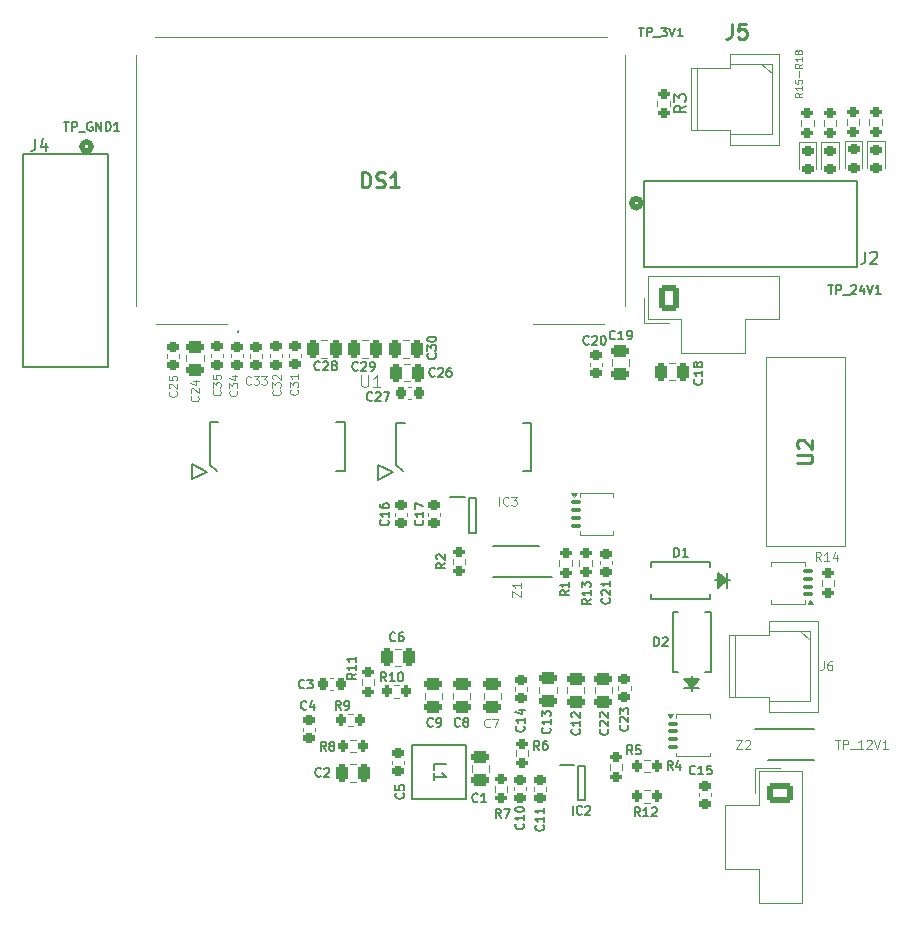
<source format=gbr>
%TF.GenerationSoftware,KiCad,Pcbnew,9.0.4*%
%TF.CreationDate,2025-10-24T18:09:52-05:00*%
%TF.ProjectId,PS-ChargerInterfacePCB,50532d43-6861-4726-9765-72496e746572,rev?*%
%TF.SameCoordinates,Original*%
%TF.FileFunction,Legend,Top*%
%TF.FilePolarity,Positive*%
%FSLAX46Y46*%
G04 Gerber Fmt 4.6, Leading zero omitted, Abs format (unit mm)*
G04 Created by KiCad (PCBNEW 9.0.4) date 2025-10-24 18:09:52*
%MOMM*%
%LPD*%
G01*
G04 APERTURE LIST*
G04 Aperture macros list*
%AMRoundRect*
0 Rectangle with rounded corners*
0 $1 Rounding radius*
0 $2 $3 $4 $5 $6 $7 $8 $9 X,Y pos of 4 corners*
0 Add a 4 corners polygon primitive as box body*
4,1,4,$2,$3,$4,$5,$6,$7,$8,$9,$2,$3,0*
0 Add four circle primitives for the rounded corners*
1,1,$1+$1,$2,$3*
1,1,$1+$1,$4,$5*
1,1,$1+$1,$6,$7*
1,1,$1+$1,$8,$9*
0 Add four rect primitives between the rounded corners*
20,1,$1+$1,$2,$3,$4,$5,0*
20,1,$1+$1,$4,$5,$6,$7,0*
20,1,$1+$1,$6,$7,$8,$9,0*
20,1,$1+$1,$8,$9,$2,$3,0*%
%AMFreePoly0*
4,1,21,1.545000,0.775000,0.925000,0.775000,0.925000,0.525000,1.545000,0.525000,1.545000,0.125000,0.925000,0.125000,0.925000,-0.125000,1.545000,-0.125000,1.545000,-0.525000,0.925000,-0.525000,0.925000,-0.775000,1.545000,-0.775000,1.545000,-1.175000,0.925000,-1.175000,0.925000,-1.125000,-0.925000,-1.125000,-0.925000,1.125000,0.925000,1.125000,0.925000,1.175000,1.545000,1.175000,
1.545000,0.775000,1.545000,0.775000,$1*%
%AMFreePoly1*
4,1,7,1.500000,0.866025,1.500000,-0.866025,0.000000,-1.732051,-1.500000,-0.866025,-1.500000,0.866025,0.000000,1.732051,1.500000,0.866025,1.500000,0.866025,$1*%
G04 Aperture macros list end*
%ADD10C,0.120000*%
%ADD11C,0.254000*%
%ADD12C,0.150000*%
%ADD13C,0.125000*%
%ADD14C,0.100000*%
%ADD15C,0.152400*%
%ADD16C,0.508000*%
%ADD17C,0.200000*%
%ADD18C,1.300000*%
%ADD19C,1.800000*%
%ADD20RoundRect,0.200000X-0.275000X0.200000X-0.275000X-0.200000X0.275000X-0.200000X0.275000X0.200000X0*%
%ADD21RoundRect,0.225000X-0.250000X0.225000X-0.250000X-0.225000X0.250000X-0.225000X0.250000X0.225000X0*%
%ADD22RoundRect,0.200000X0.200000X0.275000X-0.200000X0.275000X-0.200000X-0.275000X0.200000X-0.275000X0*%
%ADD23RoundRect,0.250000X0.250000X0.475000X-0.250000X0.475000X-0.250000X-0.475000X0.250000X-0.475000X0*%
%ADD24RoundRect,0.250000X-0.850000X-0.600000X0.850000X-0.600000X0.850000X0.600000X-0.850000X0.600000X0*%
%ADD25O,2.200000X1.700000*%
%ADD26C,3.400000*%
%ADD27C,6.000000*%
%ADD28RoundRect,0.225000X0.250000X-0.225000X0.250000X0.225000X-0.250000X0.225000X-0.250000X-0.225000X0*%
%ADD29C,1.524000*%
%ADD30RoundRect,0.218750X-0.256250X0.218750X-0.256250X-0.218750X0.256250X-0.218750X0.256250X0.218750X0*%
%ADD31RoundRect,0.100000X-0.315000X-0.100000X0.315000X-0.100000X0.315000X0.100000X-0.315000X0.100000X0*%
%ADD32FreePoly0,0.000000*%
%ADD33RoundRect,0.250000X0.475000X-0.250000X0.475000X0.250000X-0.475000X0.250000X-0.475000X-0.250000X0*%
%ADD34FreePoly1,270.000000*%
%ADD35RoundRect,0.225000X0.225000X0.250000X-0.225000X0.250000X-0.225000X-0.250000X0.225000X-0.250000X0*%
%ADD36FreePoly1,90.000000*%
%ADD37C,3.000000*%
%ADD38R,0.550000X1.800000*%
%ADD39RoundRect,0.250000X-0.475000X0.250000X-0.475000X-0.250000X0.475000X-0.250000X0.475000X0.250000X0*%
%ADD40R,1.200000X0.450000*%
%ADD41C,2.400000*%
%ADD42RoundRect,0.200000X0.275000X-0.200000X0.275000X0.200000X-0.275000X0.200000X-0.275000X-0.200000X0*%
%ADD43R,2.184400X1.625600*%
%ADD44C,1.100000*%
%ADD45C,2.085000*%
%ADD46RoundRect,0.100000X0.315000X0.100000X-0.315000X0.100000X-0.315000X-0.100000X0.315000X-0.100000X0*%
%ADD47FreePoly0,180.000000*%
%ADD48R,0.567408X0.203010*%
%ADD49R,0.203200X0.556120*%
%ADD50R,0.533400X0.254000*%
%ADD51R,0.570166X0.203210*%
%ADD52R,0.203200X0.556130*%
%ADD53R,0.254000X1.346200*%
%ADD54R,0.254000X2.409444*%
%ADD55R,0.203200X0.556132*%
%ADD56R,0.570166X0.203226*%
%ADD57R,0.570166X0.203224*%
%ADD58R,0.254000X0.533400*%
%ADD59R,1.970000X1.670000*%
%ADD60RoundRect,0.225000X-0.225000X-0.250000X0.225000X-0.250000X0.225000X0.250000X-0.225000X0.250000X0*%
%ADD61FreePoly1,180.000000*%
%ADD62RoundRect,0.250000X-0.250000X-0.475000X0.250000X-0.475000X0.250000X0.475000X-0.250000X0.475000X0*%
%ADD63R,3.251200X0.863600*%
%ADD64R,1.625600X2.184400*%
%ADD65RoundRect,0.250000X0.600000X-0.850000X0.600000X0.850000X-0.600000X0.850000X-0.600000X-0.850000X0*%
%ADD66O,1.700000X2.200000*%
G04 APERTURE END LIST*
D10*
X128720331Y-47735338D02*
X128434617Y-47935338D01*
X128720331Y-48078195D02*
X128120331Y-48078195D01*
X128120331Y-48078195D02*
X128120331Y-47849624D01*
X128120331Y-47849624D02*
X128148902Y-47792481D01*
X128148902Y-47792481D02*
X128177474Y-47763910D01*
X128177474Y-47763910D02*
X128234617Y-47735338D01*
X128234617Y-47735338D02*
X128320331Y-47735338D01*
X128320331Y-47735338D02*
X128377474Y-47763910D01*
X128377474Y-47763910D02*
X128406045Y-47792481D01*
X128406045Y-47792481D02*
X128434617Y-47849624D01*
X128434617Y-47849624D02*
X128434617Y-48078195D01*
X128720331Y-47163910D02*
X128720331Y-47506767D01*
X128720331Y-47335338D02*
X128120331Y-47335338D01*
X128120331Y-47335338D02*
X128206045Y-47392481D01*
X128206045Y-47392481D02*
X128263188Y-47449624D01*
X128263188Y-47449624D02*
X128291760Y-47506767D01*
X128120331Y-46621052D02*
X128120331Y-46906766D01*
X128120331Y-46906766D02*
X128406045Y-46935338D01*
X128406045Y-46935338D02*
X128377474Y-46906766D01*
X128377474Y-46906766D02*
X128348902Y-46849624D01*
X128348902Y-46849624D02*
X128348902Y-46706766D01*
X128348902Y-46706766D02*
X128377474Y-46649624D01*
X128377474Y-46649624D02*
X128406045Y-46621052D01*
X128406045Y-46621052D02*
X128463188Y-46592481D01*
X128463188Y-46592481D02*
X128606045Y-46592481D01*
X128606045Y-46592481D02*
X128663188Y-46621052D01*
X128663188Y-46621052D02*
X128691760Y-46649624D01*
X128691760Y-46649624D02*
X128720331Y-46706766D01*
X128720331Y-46706766D02*
X128720331Y-46849624D01*
X128720331Y-46849624D02*
X128691760Y-46906766D01*
X128691760Y-46906766D02*
X128663188Y-46935338D01*
X128491760Y-46335337D02*
X128491760Y-45878195D01*
X128720331Y-45249623D02*
X128434617Y-45449623D01*
X128720331Y-45592480D02*
X128120331Y-45592480D01*
X128120331Y-45592480D02*
X128120331Y-45363909D01*
X128120331Y-45363909D02*
X128148902Y-45306766D01*
X128148902Y-45306766D02*
X128177474Y-45278195D01*
X128177474Y-45278195D02*
X128234617Y-45249623D01*
X128234617Y-45249623D02*
X128320331Y-45249623D01*
X128320331Y-45249623D02*
X128377474Y-45278195D01*
X128377474Y-45278195D02*
X128406045Y-45306766D01*
X128406045Y-45306766D02*
X128434617Y-45363909D01*
X128434617Y-45363909D02*
X128434617Y-45592480D01*
X128720331Y-44678195D02*
X128720331Y-45021052D01*
X128720331Y-44849623D02*
X128120331Y-44849623D01*
X128120331Y-44849623D02*
X128206045Y-44906766D01*
X128206045Y-44906766D02*
X128263188Y-44963909D01*
X128263188Y-44963909D02*
X128291760Y-45021052D01*
X128377474Y-44335337D02*
X128348902Y-44392480D01*
X128348902Y-44392480D02*
X128320331Y-44421051D01*
X128320331Y-44421051D02*
X128263188Y-44449623D01*
X128263188Y-44449623D02*
X128234617Y-44449623D01*
X128234617Y-44449623D02*
X128177474Y-44421051D01*
X128177474Y-44421051D02*
X128148902Y-44392480D01*
X128148902Y-44392480D02*
X128120331Y-44335337D01*
X128120331Y-44335337D02*
X128120331Y-44221051D01*
X128120331Y-44221051D02*
X128148902Y-44163909D01*
X128148902Y-44163909D02*
X128177474Y-44135337D01*
X128177474Y-44135337D02*
X128234617Y-44106766D01*
X128234617Y-44106766D02*
X128263188Y-44106766D01*
X128263188Y-44106766D02*
X128320331Y-44135337D01*
X128320331Y-44135337D02*
X128348902Y-44163909D01*
X128348902Y-44163909D02*
X128377474Y-44221051D01*
X128377474Y-44221051D02*
X128377474Y-44335337D01*
X128377474Y-44335337D02*
X128406045Y-44392480D01*
X128406045Y-44392480D02*
X128434617Y-44421051D01*
X128434617Y-44421051D02*
X128491760Y-44449623D01*
X128491760Y-44449623D02*
X128606045Y-44449623D01*
X128606045Y-44449623D02*
X128663188Y-44421051D01*
X128663188Y-44421051D02*
X128691760Y-44392480D01*
X128691760Y-44392480D02*
X128720331Y-44335337D01*
X128720331Y-44335337D02*
X128720331Y-44221051D01*
X128720331Y-44221051D02*
X128691760Y-44163909D01*
X128691760Y-44163909D02*
X128663188Y-44135337D01*
X128663188Y-44135337D02*
X128606045Y-44106766D01*
X128606045Y-44106766D02*
X128491760Y-44106766D01*
X128491760Y-44106766D02*
X128434617Y-44135337D01*
X128434617Y-44135337D02*
X128406045Y-44163909D01*
X128406045Y-44163909D02*
X128377474Y-44221051D01*
D11*
X122759613Y-41869007D02*
X122759613Y-42776150D01*
X122759613Y-42776150D02*
X122699136Y-42957578D01*
X122699136Y-42957578D02*
X122578184Y-43078531D01*
X122578184Y-43078531D02*
X122396755Y-43139007D01*
X122396755Y-43139007D02*
X122275803Y-43139007D01*
X123969136Y-41869007D02*
X123364374Y-41869007D01*
X123364374Y-41869007D02*
X123303898Y-42473769D01*
X123303898Y-42473769D02*
X123364374Y-42413292D01*
X123364374Y-42413292D02*
X123485327Y-42352816D01*
X123485327Y-42352816D02*
X123787708Y-42352816D01*
X123787708Y-42352816D02*
X123908660Y-42413292D01*
X123908660Y-42413292D02*
X123969136Y-42473769D01*
X123969136Y-42473769D02*
X124029613Y-42594721D01*
X124029613Y-42594721D02*
X124029613Y-42897102D01*
X124029613Y-42897102D02*
X123969136Y-43018054D01*
X123969136Y-43018054D02*
X123908660Y-43078531D01*
X123908660Y-43078531D02*
X123787708Y-43139007D01*
X123787708Y-43139007D02*
X123485327Y-43139007D01*
X123485327Y-43139007D02*
X123364374Y-43078531D01*
X123364374Y-43078531D02*
X123303898Y-43018054D01*
D12*
X119662955Y-105350304D02*
X119627241Y-105386019D01*
X119627241Y-105386019D02*
X119520098Y-105421733D01*
X119520098Y-105421733D02*
X119448670Y-105421733D01*
X119448670Y-105421733D02*
X119341527Y-105386019D01*
X119341527Y-105386019D02*
X119270098Y-105314590D01*
X119270098Y-105314590D02*
X119234384Y-105243161D01*
X119234384Y-105243161D02*
X119198670Y-105100304D01*
X119198670Y-105100304D02*
X119198670Y-104993161D01*
X119198670Y-104993161D02*
X119234384Y-104850304D01*
X119234384Y-104850304D02*
X119270098Y-104778876D01*
X119270098Y-104778876D02*
X119341527Y-104707447D01*
X119341527Y-104707447D02*
X119448670Y-104671733D01*
X119448670Y-104671733D02*
X119520098Y-104671733D01*
X119520098Y-104671733D02*
X119627241Y-104707447D01*
X119627241Y-104707447D02*
X119662955Y-104743161D01*
X120377241Y-105421733D02*
X119948670Y-105421733D01*
X120162955Y-105421733D02*
X120162955Y-104671733D01*
X120162955Y-104671733D02*
X120091527Y-104778876D01*
X120091527Y-104778876D02*
X120020098Y-104850304D01*
X120020098Y-104850304D02*
X119948670Y-104886019D01*
X121055813Y-104671733D02*
X120698670Y-104671733D01*
X120698670Y-104671733D02*
X120662956Y-105028876D01*
X120662956Y-105028876D02*
X120698670Y-104993161D01*
X120698670Y-104993161D02*
X120770099Y-104957447D01*
X120770099Y-104957447D02*
X120948670Y-104957447D01*
X120948670Y-104957447D02*
X121020099Y-104993161D01*
X121020099Y-104993161D02*
X121055813Y-105028876D01*
X121055813Y-105028876D02*
X121091527Y-105100304D01*
X121091527Y-105100304D02*
X121091527Y-105278876D01*
X121091527Y-105278876D02*
X121055813Y-105350304D01*
X121055813Y-105350304D02*
X121020099Y-105386019D01*
X121020099Y-105386019D02*
X120948670Y-105421733D01*
X120948670Y-105421733D02*
X120770099Y-105421733D01*
X120770099Y-105421733D02*
X120698670Y-105386019D01*
X120698670Y-105386019D02*
X120662956Y-105350304D01*
X89674999Y-99939164D02*
X89424999Y-99582021D01*
X89246428Y-99939164D02*
X89246428Y-99189164D01*
X89246428Y-99189164D02*
X89532142Y-99189164D01*
X89532142Y-99189164D02*
X89603571Y-99224878D01*
X89603571Y-99224878D02*
X89639285Y-99260592D01*
X89639285Y-99260592D02*
X89674999Y-99332021D01*
X89674999Y-99332021D02*
X89674999Y-99439164D01*
X89674999Y-99439164D02*
X89639285Y-99510592D01*
X89639285Y-99510592D02*
X89603571Y-99546307D01*
X89603571Y-99546307D02*
X89532142Y-99582021D01*
X89532142Y-99582021D02*
X89246428Y-99582021D01*
X90032142Y-99939164D02*
X90174999Y-99939164D01*
X90174999Y-99939164D02*
X90246428Y-99903450D01*
X90246428Y-99903450D02*
X90282142Y-99867735D01*
X90282142Y-99867735D02*
X90353571Y-99760592D01*
X90353571Y-99760592D02*
X90389285Y-99617735D01*
X90389285Y-99617735D02*
X90389285Y-99332021D01*
X90389285Y-99332021D02*
X90353571Y-99260592D01*
X90353571Y-99260592D02*
X90317857Y-99224878D01*
X90317857Y-99224878D02*
X90246428Y-99189164D01*
X90246428Y-99189164D02*
X90103571Y-99189164D01*
X90103571Y-99189164D02*
X90032142Y-99224878D01*
X90032142Y-99224878D02*
X89996428Y-99260592D01*
X89996428Y-99260592D02*
X89960714Y-99332021D01*
X89960714Y-99332021D02*
X89960714Y-99510592D01*
X89960714Y-99510592D02*
X89996428Y-99582021D01*
X89996428Y-99582021D02*
X90032142Y-99617735D01*
X90032142Y-99617735D02*
X90103571Y-99653450D01*
X90103571Y-99653450D02*
X90246428Y-99653450D01*
X90246428Y-99653450D02*
X90317857Y-99617735D01*
X90317857Y-99617735D02*
X90353571Y-99582021D01*
X90353571Y-99582021D02*
X90389285Y-99510592D01*
X97617856Y-71667735D02*
X97582142Y-71703450D01*
X97582142Y-71703450D02*
X97474999Y-71739164D01*
X97474999Y-71739164D02*
X97403571Y-71739164D01*
X97403571Y-71739164D02*
X97296428Y-71703450D01*
X97296428Y-71703450D02*
X97224999Y-71632021D01*
X97224999Y-71632021D02*
X97189285Y-71560592D01*
X97189285Y-71560592D02*
X97153571Y-71417735D01*
X97153571Y-71417735D02*
X97153571Y-71310592D01*
X97153571Y-71310592D02*
X97189285Y-71167735D01*
X97189285Y-71167735D02*
X97224999Y-71096307D01*
X97224999Y-71096307D02*
X97296428Y-71024878D01*
X97296428Y-71024878D02*
X97403571Y-70989164D01*
X97403571Y-70989164D02*
X97474999Y-70989164D01*
X97474999Y-70989164D02*
X97582142Y-71024878D01*
X97582142Y-71024878D02*
X97617856Y-71060592D01*
X97903571Y-71060592D02*
X97939285Y-71024878D01*
X97939285Y-71024878D02*
X98010714Y-70989164D01*
X98010714Y-70989164D02*
X98189285Y-70989164D01*
X98189285Y-70989164D02*
X98260714Y-71024878D01*
X98260714Y-71024878D02*
X98296428Y-71060592D01*
X98296428Y-71060592D02*
X98332142Y-71132021D01*
X98332142Y-71132021D02*
X98332142Y-71203450D01*
X98332142Y-71203450D02*
X98296428Y-71310592D01*
X98296428Y-71310592D02*
X97867856Y-71739164D01*
X97867856Y-71739164D02*
X98332142Y-71739164D01*
X98975000Y-70989164D02*
X98832142Y-70989164D01*
X98832142Y-70989164D02*
X98760714Y-71024878D01*
X98760714Y-71024878D02*
X98725000Y-71060592D01*
X98725000Y-71060592D02*
X98653571Y-71167735D01*
X98653571Y-71167735D02*
X98617857Y-71310592D01*
X98617857Y-71310592D02*
X98617857Y-71596307D01*
X98617857Y-71596307D02*
X98653571Y-71667735D01*
X98653571Y-71667735D02*
X98689285Y-71703450D01*
X98689285Y-71703450D02*
X98760714Y-71739164D01*
X98760714Y-71739164D02*
X98903571Y-71739164D01*
X98903571Y-71739164D02*
X98975000Y-71703450D01*
X98975000Y-71703450D02*
X99010714Y-71667735D01*
X99010714Y-71667735D02*
X99046428Y-71596307D01*
X99046428Y-71596307D02*
X99046428Y-71417735D01*
X99046428Y-71417735D02*
X99010714Y-71346307D01*
X99010714Y-71346307D02*
X98975000Y-71310592D01*
X98975000Y-71310592D02*
X98903571Y-71274878D01*
X98903571Y-71274878D02*
X98760714Y-71274878D01*
X98760714Y-71274878D02*
X98689285Y-71310592D01*
X98689285Y-71310592D02*
X98653571Y-71346307D01*
X98653571Y-71346307D02*
X98617857Y-71417735D01*
X86765390Y-99876219D02*
X86729676Y-99911934D01*
X86729676Y-99911934D02*
X86622533Y-99947648D01*
X86622533Y-99947648D02*
X86551105Y-99947648D01*
X86551105Y-99947648D02*
X86443962Y-99911934D01*
X86443962Y-99911934D02*
X86372533Y-99840505D01*
X86372533Y-99840505D02*
X86336819Y-99769076D01*
X86336819Y-99769076D02*
X86301105Y-99626219D01*
X86301105Y-99626219D02*
X86301105Y-99519076D01*
X86301105Y-99519076D02*
X86336819Y-99376219D01*
X86336819Y-99376219D02*
X86372533Y-99304791D01*
X86372533Y-99304791D02*
X86443962Y-99233362D01*
X86443962Y-99233362D02*
X86551105Y-99197648D01*
X86551105Y-99197648D02*
X86622533Y-99197648D01*
X86622533Y-99197648D02*
X86729676Y-99233362D01*
X86729676Y-99233362D02*
X86765390Y-99269076D01*
X87408248Y-99447648D02*
X87408248Y-99947648D01*
X87229676Y-99161934D02*
X87051105Y-99697648D01*
X87051105Y-99697648D02*
X87515390Y-99697648D01*
X113958505Y-101257143D02*
X113994220Y-101292857D01*
X113994220Y-101292857D02*
X114029934Y-101400000D01*
X114029934Y-101400000D02*
X114029934Y-101471428D01*
X114029934Y-101471428D02*
X113994220Y-101578571D01*
X113994220Y-101578571D02*
X113922791Y-101650000D01*
X113922791Y-101650000D02*
X113851362Y-101685714D01*
X113851362Y-101685714D02*
X113708505Y-101721428D01*
X113708505Y-101721428D02*
X113601362Y-101721428D01*
X113601362Y-101721428D02*
X113458505Y-101685714D01*
X113458505Y-101685714D02*
X113387077Y-101650000D01*
X113387077Y-101650000D02*
X113315648Y-101578571D01*
X113315648Y-101578571D02*
X113279934Y-101471428D01*
X113279934Y-101471428D02*
X113279934Y-101400000D01*
X113279934Y-101400000D02*
X113315648Y-101292857D01*
X113315648Y-101292857D02*
X113351362Y-101257143D01*
X113351362Y-100971428D02*
X113315648Y-100935714D01*
X113315648Y-100935714D02*
X113279934Y-100864286D01*
X113279934Y-100864286D02*
X113279934Y-100685714D01*
X113279934Y-100685714D02*
X113315648Y-100614286D01*
X113315648Y-100614286D02*
X113351362Y-100578571D01*
X113351362Y-100578571D02*
X113422791Y-100542857D01*
X113422791Y-100542857D02*
X113494220Y-100542857D01*
X113494220Y-100542857D02*
X113601362Y-100578571D01*
X113601362Y-100578571D02*
X114029934Y-101007143D01*
X114029934Y-101007143D02*
X114029934Y-100542857D01*
X113279934Y-100292857D02*
X113279934Y-99828571D01*
X113279934Y-99828571D02*
X113565648Y-100078571D01*
X113565648Y-100078571D02*
X113565648Y-99971428D01*
X113565648Y-99971428D02*
X113601362Y-99900000D01*
X113601362Y-99900000D02*
X113637077Y-99864285D01*
X113637077Y-99864285D02*
X113708505Y-99828571D01*
X113708505Y-99828571D02*
X113887077Y-99828571D01*
X113887077Y-99828571D02*
X113958505Y-99864285D01*
X113958505Y-99864285D02*
X113994220Y-99900000D01*
X113994220Y-99900000D02*
X114029934Y-99971428D01*
X114029934Y-99971428D02*
X114029934Y-100185714D01*
X114029934Y-100185714D02*
X113994220Y-100257142D01*
X113994220Y-100257142D02*
X113958505Y-100292857D01*
X134090203Y-61174234D02*
X134090203Y-61888519D01*
X134090203Y-61888519D02*
X134042584Y-62031376D01*
X134042584Y-62031376D02*
X133947346Y-62126615D01*
X133947346Y-62126615D02*
X133804489Y-62174234D01*
X133804489Y-62174234D02*
X133709251Y-62174234D01*
X134518775Y-61269472D02*
X134566394Y-61221853D01*
X134566394Y-61221853D02*
X134661632Y-61174234D01*
X134661632Y-61174234D02*
X134899727Y-61174234D01*
X134899727Y-61174234D02*
X134994965Y-61221853D01*
X134994965Y-61221853D02*
X135042584Y-61269472D01*
X135042584Y-61269472D02*
X135090203Y-61364710D01*
X135090203Y-61364710D02*
X135090203Y-61459948D01*
X135090203Y-61459948D02*
X135042584Y-61602805D01*
X135042584Y-61602805D02*
X134471156Y-62174234D01*
X134471156Y-62174234D02*
X135090203Y-62174234D01*
X109867735Y-101582143D02*
X109903450Y-101617857D01*
X109903450Y-101617857D02*
X109939164Y-101725000D01*
X109939164Y-101725000D02*
X109939164Y-101796428D01*
X109939164Y-101796428D02*
X109903450Y-101903571D01*
X109903450Y-101903571D02*
X109832021Y-101975000D01*
X109832021Y-101975000D02*
X109760592Y-102010714D01*
X109760592Y-102010714D02*
X109617735Y-102046428D01*
X109617735Y-102046428D02*
X109510592Y-102046428D01*
X109510592Y-102046428D02*
X109367735Y-102010714D01*
X109367735Y-102010714D02*
X109296307Y-101975000D01*
X109296307Y-101975000D02*
X109224878Y-101903571D01*
X109224878Y-101903571D02*
X109189164Y-101796428D01*
X109189164Y-101796428D02*
X109189164Y-101725000D01*
X109189164Y-101725000D02*
X109224878Y-101617857D01*
X109224878Y-101617857D02*
X109260592Y-101582143D01*
X109939164Y-100867857D02*
X109939164Y-101296428D01*
X109939164Y-101082143D02*
X109189164Y-101082143D01*
X109189164Y-101082143D02*
X109296307Y-101153571D01*
X109296307Y-101153571D02*
X109367735Y-101225000D01*
X109367735Y-101225000D02*
X109403450Y-101296428D01*
X109260592Y-100582142D02*
X109224878Y-100546428D01*
X109224878Y-100546428D02*
X109189164Y-100475000D01*
X109189164Y-100475000D02*
X109189164Y-100296428D01*
X109189164Y-100296428D02*
X109224878Y-100225000D01*
X109224878Y-100225000D02*
X109260592Y-100189285D01*
X109260592Y-100189285D02*
X109332021Y-100153571D01*
X109332021Y-100153571D02*
X109403450Y-100153571D01*
X109403450Y-100153571D02*
X109510592Y-100189285D01*
X109510592Y-100189285D02*
X109939164Y-100617857D01*
X109939164Y-100617857D02*
X109939164Y-100153571D01*
D13*
X130550000Y-95840464D02*
X130550000Y-96376178D01*
X130550000Y-96376178D02*
X130514285Y-96483321D01*
X130514285Y-96483321D02*
X130442857Y-96554750D01*
X130442857Y-96554750D02*
X130335714Y-96590464D01*
X130335714Y-96590464D02*
X130264285Y-96590464D01*
X131228572Y-95840464D02*
X131085714Y-95840464D01*
X131085714Y-95840464D02*
X131014286Y-95876178D01*
X131014286Y-95876178D02*
X130978572Y-95911892D01*
X130978572Y-95911892D02*
X130907143Y-96019035D01*
X130907143Y-96019035D02*
X130871429Y-96161892D01*
X130871429Y-96161892D02*
X130871429Y-96447607D01*
X130871429Y-96447607D02*
X130907143Y-96519035D01*
X130907143Y-96519035D02*
X130942857Y-96554750D01*
X130942857Y-96554750D02*
X131014286Y-96590464D01*
X131014286Y-96590464D02*
X131157143Y-96590464D01*
X131157143Y-96590464D02*
X131228572Y-96554750D01*
X131228572Y-96554750D02*
X131264286Y-96519035D01*
X131264286Y-96519035D02*
X131300000Y-96447607D01*
X131300000Y-96447607D02*
X131300000Y-96269035D01*
X131300000Y-96269035D02*
X131264286Y-96197607D01*
X131264286Y-96197607D02*
X131228572Y-96161892D01*
X131228572Y-96161892D02*
X131157143Y-96126178D01*
X131157143Y-96126178D02*
X131014286Y-96126178D01*
X131014286Y-96126178D02*
X130942857Y-96161892D01*
X130942857Y-96161892D02*
X130907143Y-96197607D01*
X130907143Y-96197607D02*
X130871429Y-96269035D01*
X131532142Y-102490464D02*
X131960714Y-102490464D01*
X131746428Y-103240464D02*
X131746428Y-102490464D01*
X132210714Y-103240464D02*
X132210714Y-102490464D01*
X132210714Y-102490464D02*
X132496428Y-102490464D01*
X132496428Y-102490464D02*
X132567857Y-102526178D01*
X132567857Y-102526178D02*
X132603571Y-102561892D01*
X132603571Y-102561892D02*
X132639285Y-102633321D01*
X132639285Y-102633321D02*
X132639285Y-102740464D01*
X132639285Y-102740464D02*
X132603571Y-102811892D01*
X132603571Y-102811892D02*
X132567857Y-102847607D01*
X132567857Y-102847607D02*
X132496428Y-102883321D01*
X132496428Y-102883321D02*
X132210714Y-102883321D01*
X132782143Y-103311892D02*
X133353571Y-103311892D01*
X133925000Y-103240464D02*
X133496429Y-103240464D01*
X133710714Y-103240464D02*
X133710714Y-102490464D01*
X133710714Y-102490464D02*
X133639286Y-102597607D01*
X133639286Y-102597607D02*
X133567857Y-102669035D01*
X133567857Y-102669035D02*
X133496429Y-102704750D01*
X134210715Y-102561892D02*
X134246429Y-102526178D01*
X134246429Y-102526178D02*
X134317858Y-102490464D01*
X134317858Y-102490464D02*
X134496429Y-102490464D01*
X134496429Y-102490464D02*
X134567858Y-102526178D01*
X134567858Y-102526178D02*
X134603572Y-102561892D01*
X134603572Y-102561892D02*
X134639286Y-102633321D01*
X134639286Y-102633321D02*
X134639286Y-102704750D01*
X134639286Y-102704750D02*
X134603572Y-102811892D01*
X134603572Y-102811892D02*
X134175000Y-103240464D01*
X134175000Y-103240464D02*
X134639286Y-103240464D01*
X134853572Y-102490464D02*
X135103572Y-103240464D01*
X135103572Y-103240464D02*
X135353572Y-102490464D01*
X135996429Y-103240464D02*
X135567858Y-103240464D01*
X135782143Y-103240464D02*
X135782143Y-102490464D01*
X135782143Y-102490464D02*
X135710715Y-102597607D01*
X135710715Y-102597607D02*
X135639286Y-102669035D01*
X135639286Y-102669035D02*
X135567858Y-102704750D01*
D12*
X92330272Y-73727345D02*
X92294558Y-73763060D01*
X92294558Y-73763060D02*
X92187415Y-73798774D01*
X92187415Y-73798774D02*
X92115987Y-73798774D01*
X92115987Y-73798774D02*
X92008844Y-73763060D01*
X92008844Y-73763060D02*
X91937415Y-73691631D01*
X91937415Y-73691631D02*
X91901701Y-73620202D01*
X91901701Y-73620202D02*
X91865987Y-73477345D01*
X91865987Y-73477345D02*
X91865987Y-73370202D01*
X91865987Y-73370202D02*
X91901701Y-73227345D01*
X91901701Y-73227345D02*
X91937415Y-73155917D01*
X91937415Y-73155917D02*
X92008844Y-73084488D01*
X92008844Y-73084488D02*
X92115987Y-73048774D01*
X92115987Y-73048774D02*
X92187415Y-73048774D01*
X92187415Y-73048774D02*
X92294558Y-73084488D01*
X92294558Y-73084488D02*
X92330272Y-73120202D01*
X92615987Y-73120202D02*
X92651701Y-73084488D01*
X92651701Y-73084488D02*
X92723130Y-73048774D01*
X92723130Y-73048774D02*
X92901701Y-73048774D01*
X92901701Y-73048774D02*
X92973130Y-73084488D01*
X92973130Y-73084488D02*
X93008844Y-73120202D01*
X93008844Y-73120202D02*
X93044558Y-73191631D01*
X93044558Y-73191631D02*
X93044558Y-73263060D01*
X93044558Y-73263060D02*
X93008844Y-73370202D01*
X93008844Y-73370202D02*
X92580272Y-73798774D01*
X92580272Y-73798774D02*
X93044558Y-73798774D01*
X93294558Y-73048774D02*
X93794558Y-73048774D01*
X93794558Y-73048774D02*
X93473130Y-73798774D01*
X87892856Y-71132735D02*
X87857142Y-71168450D01*
X87857142Y-71168450D02*
X87749999Y-71204164D01*
X87749999Y-71204164D02*
X87678571Y-71204164D01*
X87678571Y-71204164D02*
X87571428Y-71168450D01*
X87571428Y-71168450D02*
X87499999Y-71097021D01*
X87499999Y-71097021D02*
X87464285Y-71025592D01*
X87464285Y-71025592D02*
X87428571Y-70882735D01*
X87428571Y-70882735D02*
X87428571Y-70775592D01*
X87428571Y-70775592D02*
X87464285Y-70632735D01*
X87464285Y-70632735D02*
X87499999Y-70561307D01*
X87499999Y-70561307D02*
X87571428Y-70489878D01*
X87571428Y-70489878D02*
X87678571Y-70454164D01*
X87678571Y-70454164D02*
X87749999Y-70454164D01*
X87749999Y-70454164D02*
X87857142Y-70489878D01*
X87857142Y-70489878D02*
X87892856Y-70525592D01*
X88178571Y-70525592D02*
X88214285Y-70489878D01*
X88214285Y-70489878D02*
X88285714Y-70454164D01*
X88285714Y-70454164D02*
X88464285Y-70454164D01*
X88464285Y-70454164D02*
X88535714Y-70489878D01*
X88535714Y-70489878D02*
X88571428Y-70525592D01*
X88571428Y-70525592D02*
X88607142Y-70597021D01*
X88607142Y-70597021D02*
X88607142Y-70668450D01*
X88607142Y-70668450D02*
X88571428Y-70775592D01*
X88571428Y-70775592D02*
X88142856Y-71204164D01*
X88142856Y-71204164D02*
X88607142Y-71204164D01*
X89035714Y-70775592D02*
X88964285Y-70739878D01*
X88964285Y-70739878D02*
X88928571Y-70704164D01*
X88928571Y-70704164D02*
X88892857Y-70632735D01*
X88892857Y-70632735D02*
X88892857Y-70597021D01*
X88892857Y-70597021D02*
X88928571Y-70525592D01*
X88928571Y-70525592D02*
X88964285Y-70489878D01*
X88964285Y-70489878D02*
X89035714Y-70454164D01*
X89035714Y-70454164D02*
X89178571Y-70454164D01*
X89178571Y-70454164D02*
X89250000Y-70489878D01*
X89250000Y-70489878D02*
X89285714Y-70525592D01*
X89285714Y-70525592D02*
X89321428Y-70597021D01*
X89321428Y-70597021D02*
X89321428Y-70632735D01*
X89321428Y-70632735D02*
X89285714Y-70704164D01*
X89285714Y-70704164D02*
X89250000Y-70739878D01*
X89250000Y-70739878D02*
X89178571Y-70775592D01*
X89178571Y-70775592D02*
X89035714Y-70775592D01*
X89035714Y-70775592D02*
X88964285Y-70811307D01*
X88964285Y-70811307D02*
X88928571Y-70847021D01*
X88928571Y-70847021D02*
X88892857Y-70918450D01*
X88892857Y-70918450D02*
X88892857Y-71061307D01*
X88892857Y-71061307D02*
X88928571Y-71132735D01*
X88928571Y-71132735D02*
X88964285Y-71168450D01*
X88964285Y-71168450D02*
X89035714Y-71204164D01*
X89035714Y-71204164D02*
X89178571Y-71204164D01*
X89178571Y-71204164D02*
X89250000Y-71168450D01*
X89250000Y-71168450D02*
X89285714Y-71132735D01*
X89285714Y-71132735D02*
X89321428Y-71061307D01*
X89321428Y-71061307D02*
X89321428Y-70918450D01*
X89321428Y-70918450D02*
X89285714Y-70847021D01*
X89285714Y-70847021D02*
X89250000Y-70811307D01*
X89250000Y-70811307D02*
X89178571Y-70775592D01*
X66224999Y-50189164D02*
X66653571Y-50189164D01*
X66439285Y-50939164D02*
X66439285Y-50189164D01*
X66903571Y-50939164D02*
X66903571Y-50189164D01*
X66903571Y-50189164D02*
X67189285Y-50189164D01*
X67189285Y-50189164D02*
X67260714Y-50224878D01*
X67260714Y-50224878D02*
X67296428Y-50260592D01*
X67296428Y-50260592D02*
X67332142Y-50332021D01*
X67332142Y-50332021D02*
X67332142Y-50439164D01*
X67332142Y-50439164D02*
X67296428Y-50510592D01*
X67296428Y-50510592D02*
X67260714Y-50546307D01*
X67260714Y-50546307D02*
X67189285Y-50582021D01*
X67189285Y-50582021D02*
X66903571Y-50582021D01*
X67475000Y-51010592D02*
X68046428Y-51010592D01*
X68617857Y-50224878D02*
X68546429Y-50189164D01*
X68546429Y-50189164D02*
X68439286Y-50189164D01*
X68439286Y-50189164D02*
X68332143Y-50224878D01*
X68332143Y-50224878D02*
X68260714Y-50296307D01*
X68260714Y-50296307D02*
X68225000Y-50367735D01*
X68225000Y-50367735D02*
X68189286Y-50510592D01*
X68189286Y-50510592D02*
X68189286Y-50617735D01*
X68189286Y-50617735D02*
X68225000Y-50760592D01*
X68225000Y-50760592D02*
X68260714Y-50832021D01*
X68260714Y-50832021D02*
X68332143Y-50903450D01*
X68332143Y-50903450D02*
X68439286Y-50939164D01*
X68439286Y-50939164D02*
X68510714Y-50939164D01*
X68510714Y-50939164D02*
X68617857Y-50903450D01*
X68617857Y-50903450D02*
X68653571Y-50867735D01*
X68653571Y-50867735D02*
X68653571Y-50617735D01*
X68653571Y-50617735D02*
X68510714Y-50617735D01*
X68975000Y-50939164D02*
X68975000Y-50189164D01*
X68975000Y-50189164D02*
X69403571Y-50939164D01*
X69403571Y-50939164D02*
X69403571Y-50189164D01*
X69760714Y-50939164D02*
X69760714Y-50189164D01*
X69760714Y-50189164D02*
X69939285Y-50189164D01*
X69939285Y-50189164D02*
X70046428Y-50224878D01*
X70046428Y-50224878D02*
X70117857Y-50296307D01*
X70117857Y-50296307D02*
X70153571Y-50367735D01*
X70153571Y-50367735D02*
X70189285Y-50510592D01*
X70189285Y-50510592D02*
X70189285Y-50617735D01*
X70189285Y-50617735D02*
X70153571Y-50760592D01*
X70153571Y-50760592D02*
X70117857Y-50832021D01*
X70117857Y-50832021D02*
X70046428Y-50903450D01*
X70046428Y-50903450D02*
X69939285Y-50939164D01*
X69939285Y-50939164D02*
X69760714Y-50939164D01*
X70903571Y-50939164D02*
X70475000Y-50939164D01*
X70689285Y-50939164D02*
X70689285Y-50189164D01*
X70689285Y-50189164D02*
X70617857Y-50296307D01*
X70617857Y-50296307D02*
X70546428Y-50367735D01*
X70546428Y-50367735D02*
X70475000Y-50403450D01*
X130932142Y-63989164D02*
X131360714Y-63989164D01*
X131146428Y-64739164D02*
X131146428Y-63989164D01*
X131610714Y-64739164D02*
X131610714Y-63989164D01*
X131610714Y-63989164D02*
X131896428Y-63989164D01*
X131896428Y-63989164D02*
X131967857Y-64024878D01*
X131967857Y-64024878D02*
X132003571Y-64060592D01*
X132003571Y-64060592D02*
X132039285Y-64132021D01*
X132039285Y-64132021D02*
X132039285Y-64239164D01*
X132039285Y-64239164D02*
X132003571Y-64310592D01*
X132003571Y-64310592D02*
X131967857Y-64346307D01*
X131967857Y-64346307D02*
X131896428Y-64382021D01*
X131896428Y-64382021D02*
X131610714Y-64382021D01*
X132182143Y-64810592D02*
X132753571Y-64810592D01*
X132896429Y-64060592D02*
X132932143Y-64024878D01*
X132932143Y-64024878D02*
X133003572Y-63989164D01*
X133003572Y-63989164D02*
X133182143Y-63989164D01*
X133182143Y-63989164D02*
X133253572Y-64024878D01*
X133253572Y-64024878D02*
X133289286Y-64060592D01*
X133289286Y-64060592D02*
X133325000Y-64132021D01*
X133325000Y-64132021D02*
X133325000Y-64203450D01*
X133325000Y-64203450D02*
X133289286Y-64310592D01*
X133289286Y-64310592D02*
X132860714Y-64739164D01*
X132860714Y-64739164D02*
X133325000Y-64739164D01*
X133967858Y-64239164D02*
X133967858Y-64739164D01*
X133789286Y-63953450D02*
X133610715Y-64489164D01*
X133610715Y-64489164D02*
X134075000Y-64489164D01*
X134253572Y-63989164D02*
X134503572Y-64739164D01*
X134503572Y-64739164D02*
X134753572Y-63989164D01*
X135396429Y-64739164D02*
X134967858Y-64739164D01*
X135182143Y-64739164D02*
X135182143Y-63989164D01*
X135182143Y-63989164D02*
X135110715Y-64096307D01*
X135110715Y-64096307D02*
X135039286Y-64167735D01*
X135039286Y-64167735D02*
X134967858Y-64203450D01*
D14*
X91423341Y-71622775D02*
X91423341Y-72432298D01*
X91423341Y-72432298D02*
X91470960Y-72527536D01*
X91470960Y-72527536D02*
X91518579Y-72575156D01*
X91518579Y-72575156D02*
X91613817Y-72622775D01*
X91613817Y-72622775D02*
X91804293Y-72622775D01*
X91804293Y-72622775D02*
X91899531Y-72575156D01*
X91899531Y-72575156D02*
X91947150Y-72527536D01*
X91947150Y-72527536D02*
X91994769Y-72432298D01*
X91994769Y-72432298D02*
X91994769Y-71622775D01*
X92994769Y-72622775D02*
X92423341Y-72622775D01*
X92709055Y-72622775D02*
X92709055Y-71622775D01*
X92709055Y-71622775D02*
X92613817Y-71765632D01*
X92613817Y-71765632D02*
X92518579Y-71860870D01*
X92518579Y-71860870D02*
X92423341Y-71908489D01*
D12*
X115009481Y-108973259D02*
X114759481Y-108616116D01*
X114580910Y-108973259D02*
X114580910Y-108223259D01*
X114580910Y-108223259D02*
X114866624Y-108223259D01*
X114866624Y-108223259D02*
X114938053Y-108258973D01*
X114938053Y-108258973D02*
X114973767Y-108294687D01*
X114973767Y-108294687D02*
X115009481Y-108366116D01*
X115009481Y-108366116D02*
X115009481Y-108473259D01*
X115009481Y-108473259D02*
X114973767Y-108544687D01*
X114973767Y-108544687D02*
X114938053Y-108580402D01*
X114938053Y-108580402D02*
X114866624Y-108616116D01*
X114866624Y-108616116D02*
X114580910Y-108616116D01*
X115723767Y-108973259D02*
X115295196Y-108973259D01*
X115509481Y-108973259D02*
X115509481Y-108223259D01*
X115509481Y-108223259D02*
X115438053Y-108330402D01*
X115438053Y-108330402D02*
X115366624Y-108401830D01*
X115366624Y-108401830D02*
X115295196Y-108437545D01*
X116009482Y-108294687D02*
X116045196Y-108258973D01*
X116045196Y-108258973D02*
X116116625Y-108223259D01*
X116116625Y-108223259D02*
X116295196Y-108223259D01*
X116295196Y-108223259D02*
X116366625Y-108258973D01*
X116366625Y-108258973D02*
X116402339Y-108294687D01*
X116402339Y-108294687D02*
X116438053Y-108366116D01*
X116438053Y-108366116D02*
X116438053Y-108437545D01*
X116438053Y-108437545D02*
X116402339Y-108544687D01*
X116402339Y-108544687D02*
X115973767Y-108973259D01*
X115973767Y-108973259D02*
X116438053Y-108973259D01*
X110667856Y-68967735D02*
X110632142Y-69003450D01*
X110632142Y-69003450D02*
X110524999Y-69039164D01*
X110524999Y-69039164D02*
X110453571Y-69039164D01*
X110453571Y-69039164D02*
X110346428Y-69003450D01*
X110346428Y-69003450D02*
X110274999Y-68932021D01*
X110274999Y-68932021D02*
X110239285Y-68860592D01*
X110239285Y-68860592D02*
X110203571Y-68717735D01*
X110203571Y-68717735D02*
X110203571Y-68610592D01*
X110203571Y-68610592D02*
X110239285Y-68467735D01*
X110239285Y-68467735D02*
X110274999Y-68396307D01*
X110274999Y-68396307D02*
X110346428Y-68324878D01*
X110346428Y-68324878D02*
X110453571Y-68289164D01*
X110453571Y-68289164D02*
X110524999Y-68289164D01*
X110524999Y-68289164D02*
X110632142Y-68324878D01*
X110632142Y-68324878D02*
X110667856Y-68360592D01*
X110953571Y-68360592D02*
X110989285Y-68324878D01*
X110989285Y-68324878D02*
X111060714Y-68289164D01*
X111060714Y-68289164D02*
X111239285Y-68289164D01*
X111239285Y-68289164D02*
X111310714Y-68324878D01*
X111310714Y-68324878D02*
X111346428Y-68360592D01*
X111346428Y-68360592D02*
X111382142Y-68432021D01*
X111382142Y-68432021D02*
X111382142Y-68503450D01*
X111382142Y-68503450D02*
X111346428Y-68610592D01*
X111346428Y-68610592D02*
X110917856Y-69039164D01*
X110917856Y-69039164D02*
X111382142Y-69039164D01*
X111846428Y-68289164D02*
X111917857Y-68289164D01*
X111917857Y-68289164D02*
X111989285Y-68324878D01*
X111989285Y-68324878D02*
X112025000Y-68360592D01*
X112025000Y-68360592D02*
X112060714Y-68432021D01*
X112060714Y-68432021D02*
X112096428Y-68574878D01*
X112096428Y-68574878D02*
X112096428Y-68753450D01*
X112096428Y-68753450D02*
X112060714Y-68896307D01*
X112060714Y-68896307D02*
X112025000Y-68967735D01*
X112025000Y-68967735D02*
X111989285Y-69003450D01*
X111989285Y-69003450D02*
X111917857Y-69039164D01*
X111917857Y-69039164D02*
X111846428Y-69039164D01*
X111846428Y-69039164D02*
X111775000Y-69003450D01*
X111775000Y-69003450D02*
X111739285Y-68967735D01*
X111739285Y-68967735D02*
X111703571Y-68896307D01*
X111703571Y-68896307D02*
X111667857Y-68753450D01*
X111667857Y-68753450D02*
X111667857Y-68574878D01*
X111667857Y-68574878D02*
X111703571Y-68432021D01*
X111703571Y-68432021D02*
X111739285Y-68360592D01*
X111739285Y-68360592D02*
X111775000Y-68324878D01*
X111775000Y-68324878D02*
X111846428Y-68289164D01*
X99764999Y-101307735D02*
X99729285Y-101343450D01*
X99729285Y-101343450D02*
X99622142Y-101379164D01*
X99622142Y-101379164D02*
X99550714Y-101379164D01*
X99550714Y-101379164D02*
X99443571Y-101343450D01*
X99443571Y-101343450D02*
X99372142Y-101272021D01*
X99372142Y-101272021D02*
X99336428Y-101200592D01*
X99336428Y-101200592D02*
X99300714Y-101057735D01*
X99300714Y-101057735D02*
X99300714Y-100950592D01*
X99300714Y-100950592D02*
X99336428Y-100807735D01*
X99336428Y-100807735D02*
X99372142Y-100736307D01*
X99372142Y-100736307D02*
X99443571Y-100664878D01*
X99443571Y-100664878D02*
X99550714Y-100629164D01*
X99550714Y-100629164D02*
X99622142Y-100629164D01*
X99622142Y-100629164D02*
X99729285Y-100664878D01*
X99729285Y-100664878D02*
X99764999Y-100700592D01*
X100193571Y-100950592D02*
X100122142Y-100914878D01*
X100122142Y-100914878D02*
X100086428Y-100879164D01*
X100086428Y-100879164D02*
X100050714Y-100807735D01*
X100050714Y-100807735D02*
X100050714Y-100772021D01*
X100050714Y-100772021D02*
X100086428Y-100700592D01*
X100086428Y-100700592D02*
X100122142Y-100664878D01*
X100122142Y-100664878D02*
X100193571Y-100629164D01*
X100193571Y-100629164D02*
X100336428Y-100629164D01*
X100336428Y-100629164D02*
X100407857Y-100664878D01*
X100407857Y-100664878D02*
X100443571Y-100700592D01*
X100443571Y-100700592D02*
X100479285Y-100772021D01*
X100479285Y-100772021D02*
X100479285Y-100807735D01*
X100479285Y-100807735D02*
X100443571Y-100879164D01*
X100443571Y-100879164D02*
X100407857Y-100914878D01*
X100407857Y-100914878D02*
X100336428Y-100950592D01*
X100336428Y-100950592D02*
X100193571Y-100950592D01*
X100193571Y-100950592D02*
X100122142Y-100986307D01*
X100122142Y-100986307D02*
X100086428Y-101022021D01*
X100086428Y-101022021D02*
X100050714Y-101093450D01*
X100050714Y-101093450D02*
X100050714Y-101236307D01*
X100050714Y-101236307D02*
X100086428Y-101307735D01*
X100086428Y-101307735D02*
X100122142Y-101343450D01*
X100122142Y-101343450D02*
X100193571Y-101379164D01*
X100193571Y-101379164D02*
X100336428Y-101379164D01*
X100336428Y-101379164D02*
X100407857Y-101343450D01*
X100407857Y-101343450D02*
X100443571Y-101307735D01*
X100443571Y-101307735D02*
X100479285Y-101236307D01*
X100479285Y-101236307D02*
X100479285Y-101093450D01*
X100479285Y-101093450D02*
X100443571Y-101022021D01*
X100443571Y-101022021D02*
X100407857Y-100986307D01*
X100407857Y-100986307D02*
X100336428Y-100950592D01*
D13*
X103077112Y-82659453D02*
X103077112Y-81909453D01*
X103862826Y-82588024D02*
X103827112Y-82623739D01*
X103827112Y-82623739D02*
X103719969Y-82659453D01*
X103719969Y-82659453D02*
X103648541Y-82659453D01*
X103648541Y-82659453D02*
X103541398Y-82623739D01*
X103541398Y-82623739D02*
X103469969Y-82552310D01*
X103469969Y-82552310D02*
X103434255Y-82480881D01*
X103434255Y-82480881D02*
X103398541Y-82338024D01*
X103398541Y-82338024D02*
X103398541Y-82230881D01*
X103398541Y-82230881D02*
X103434255Y-82088024D01*
X103434255Y-82088024D02*
X103469969Y-82016596D01*
X103469969Y-82016596D02*
X103541398Y-81945167D01*
X103541398Y-81945167D02*
X103648541Y-81909453D01*
X103648541Y-81909453D02*
X103719969Y-81909453D01*
X103719969Y-81909453D02*
X103827112Y-81945167D01*
X103827112Y-81945167D02*
X103862826Y-81980881D01*
X104112826Y-81909453D02*
X104577112Y-81909453D01*
X104577112Y-81909453D02*
X104327112Y-82195167D01*
X104327112Y-82195167D02*
X104434255Y-82195167D01*
X104434255Y-82195167D02*
X104505684Y-82230881D01*
X104505684Y-82230881D02*
X104541398Y-82266596D01*
X104541398Y-82266596D02*
X104577112Y-82338024D01*
X104577112Y-82338024D02*
X104577112Y-82516596D01*
X104577112Y-82516596D02*
X104541398Y-82588024D01*
X104541398Y-82588024D02*
X104505684Y-82623739D01*
X104505684Y-82623739D02*
X104434255Y-82659453D01*
X104434255Y-82659453D02*
X104219969Y-82659453D01*
X104219969Y-82659453D02*
X104148541Y-82623739D01*
X104148541Y-82623739D02*
X104112826Y-82588024D01*
D11*
X128334418Y-79072289D02*
X129362513Y-79072289D01*
X129362513Y-79072289D02*
X129483465Y-79011812D01*
X129483465Y-79011812D02*
X129543942Y-78951336D01*
X129543942Y-78951336D02*
X129604418Y-78830384D01*
X129604418Y-78830384D02*
X129604418Y-78588479D01*
X129604418Y-78588479D02*
X129543942Y-78467527D01*
X129543942Y-78467527D02*
X129483465Y-78407050D01*
X129483465Y-78407050D02*
X129362513Y-78346574D01*
X129362513Y-78346574D02*
X128334418Y-78346574D01*
X128455370Y-77802289D02*
X128394894Y-77741813D01*
X128394894Y-77741813D02*
X128334418Y-77620860D01*
X128334418Y-77620860D02*
X128334418Y-77318479D01*
X128334418Y-77318479D02*
X128394894Y-77197527D01*
X128394894Y-77197527D02*
X128455370Y-77137051D01*
X128455370Y-77137051D02*
X128576322Y-77076574D01*
X128576322Y-77076574D02*
X128697275Y-77076574D01*
X128697275Y-77076574D02*
X128878703Y-77137051D01*
X128878703Y-77137051D02*
X129604418Y-77862765D01*
X129604418Y-77862765D02*
X129604418Y-77076574D01*
D12*
X90939164Y-96882143D02*
X90582021Y-97132143D01*
X90939164Y-97310714D02*
X90189164Y-97310714D01*
X90189164Y-97310714D02*
X90189164Y-97025000D01*
X90189164Y-97025000D02*
X90224878Y-96953571D01*
X90224878Y-96953571D02*
X90260592Y-96917857D01*
X90260592Y-96917857D02*
X90332021Y-96882143D01*
X90332021Y-96882143D02*
X90439164Y-96882143D01*
X90439164Y-96882143D02*
X90510592Y-96917857D01*
X90510592Y-96917857D02*
X90546307Y-96953571D01*
X90546307Y-96953571D02*
X90582021Y-97025000D01*
X90582021Y-97025000D02*
X90582021Y-97310714D01*
X90939164Y-96167857D02*
X90939164Y-96596428D01*
X90939164Y-96382143D02*
X90189164Y-96382143D01*
X90189164Y-96382143D02*
X90296307Y-96453571D01*
X90296307Y-96453571D02*
X90367735Y-96525000D01*
X90367735Y-96525000D02*
X90403450Y-96596428D01*
X90939164Y-95453571D02*
X90939164Y-95882142D01*
X90939164Y-95667857D02*
X90189164Y-95667857D01*
X90189164Y-95667857D02*
X90296307Y-95739285D01*
X90296307Y-95739285D02*
X90367735Y-95810714D01*
X90367735Y-95810714D02*
X90403450Y-95882142D01*
X94274999Y-94067735D02*
X94239285Y-94103450D01*
X94239285Y-94103450D02*
X94132142Y-94139164D01*
X94132142Y-94139164D02*
X94060714Y-94139164D01*
X94060714Y-94139164D02*
X93953571Y-94103450D01*
X93953571Y-94103450D02*
X93882142Y-94032021D01*
X93882142Y-94032021D02*
X93846428Y-93960592D01*
X93846428Y-93960592D02*
X93810714Y-93817735D01*
X93810714Y-93817735D02*
X93810714Y-93710592D01*
X93810714Y-93710592D02*
X93846428Y-93567735D01*
X93846428Y-93567735D02*
X93882142Y-93496307D01*
X93882142Y-93496307D02*
X93953571Y-93424878D01*
X93953571Y-93424878D02*
X94060714Y-93389164D01*
X94060714Y-93389164D02*
X94132142Y-93389164D01*
X94132142Y-93389164D02*
X94239285Y-93424878D01*
X94239285Y-93424878D02*
X94274999Y-93460592D01*
X94917857Y-93389164D02*
X94774999Y-93389164D01*
X94774999Y-93389164D02*
X94703571Y-93424878D01*
X94703571Y-93424878D02*
X94667857Y-93460592D01*
X94667857Y-93460592D02*
X94596428Y-93567735D01*
X94596428Y-93567735D02*
X94560714Y-93710592D01*
X94560714Y-93710592D02*
X94560714Y-93996307D01*
X94560714Y-93996307D02*
X94596428Y-94067735D01*
X94596428Y-94067735D02*
X94632142Y-94103450D01*
X94632142Y-94103450D02*
X94703571Y-94139164D01*
X94703571Y-94139164D02*
X94846428Y-94139164D01*
X94846428Y-94139164D02*
X94917857Y-94103450D01*
X94917857Y-94103450D02*
X94953571Y-94067735D01*
X94953571Y-94067735D02*
X94989285Y-93996307D01*
X94989285Y-93996307D02*
X94989285Y-93817735D01*
X94989285Y-93817735D02*
X94953571Y-93746307D01*
X94953571Y-93746307D02*
X94917857Y-93710592D01*
X94917857Y-93710592D02*
X94846428Y-93674878D01*
X94846428Y-93674878D02*
X94703571Y-93674878D01*
X94703571Y-93674878D02*
X94632142Y-93710592D01*
X94632142Y-93710592D02*
X94596428Y-93746307D01*
X94596428Y-93746307D02*
X94560714Y-93817735D01*
X93667735Y-83882143D02*
X93703450Y-83917857D01*
X93703450Y-83917857D02*
X93739164Y-84025000D01*
X93739164Y-84025000D02*
X93739164Y-84096428D01*
X93739164Y-84096428D02*
X93703450Y-84203571D01*
X93703450Y-84203571D02*
X93632021Y-84275000D01*
X93632021Y-84275000D02*
X93560592Y-84310714D01*
X93560592Y-84310714D02*
X93417735Y-84346428D01*
X93417735Y-84346428D02*
X93310592Y-84346428D01*
X93310592Y-84346428D02*
X93167735Y-84310714D01*
X93167735Y-84310714D02*
X93096307Y-84275000D01*
X93096307Y-84275000D02*
X93024878Y-84203571D01*
X93024878Y-84203571D02*
X92989164Y-84096428D01*
X92989164Y-84096428D02*
X92989164Y-84025000D01*
X92989164Y-84025000D02*
X93024878Y-83917857D01*
X93024878Y-83917857D02*
X93060592Y-83882143D01*
X93739164Y-83167857D02*
X93739164Y-83596428D01*
X93739164Y-83382143D02*
X92989164Y-83382143D01*
X92989164Y-83382143D02*
X93096307Y-83453571D01*
X93096307Y-83453571D02*
X93167735Y-83525000D01*
X93167735Y-83525000D02*
X93203450Y-83596428D01*
X92989164Y-82525000D02*
X92989164Y-82667857D01*
X92989164Y-82667857D02*
X93024878Y-82739285D01*
X93024878Y-82739285D02*
X93060592Y-82775000D01*
X93060592Y-82775000D02*
X93167735Y-82846428D01*
X93167735Y-82846428D02*
X93310592Y-82882142D01*
X93310592Y-82882142D02*
X93596307Y-82882142D01*
X93596307Y-82882142D02*
X93667735Y-82846428D01*
X93667735Y-82846428D02*
X93703450Y-82810714D01*
X93703450Y-82810714D02*
X93739164Y-82739285D01*
X93739164Y-82739285D02*
X93739164Y-82596428D01*
X93739164Y-82596428D02*
X93703450Y-82525000D01*
X93703450Y-82525000D02*
X93667735Y-82489285D01*
X93667735Y-82489285D02*
X93596307Y-82453571D01*
X93596307Y-82453571D02*
X93417735Y-82453571D01*
X93417735Y-82453571D02*
X93346307Y-82489285D01*
X93346307Y-82489285D02*
X93310592Y-82525000D01*
X93310592Y-82525000D02*
X93274878Y-82596428D01*
X93274878Y-82596428D02*
X93274878Y-82739285D01*
X93274878Y-82739285D02*
X93310592Y-82810714D01*
X93310592Y-82810714D02*
X93346307Y-82846428D01*
X93346307Y-82846428D02*
X93417735Y-82882142D01*
X117905403Y-86986464D02*
X117905403Y-86236464D01*
X117905403Y-86236464D02*
X118083974Y-86236464D01*
X118083974Y-86236464D02*
X118191117Y-86272178D01*
X118191117Y-86272178D02*
X118262546Y-86343607D01*
X118262546Y-86343607D02*
X118298260Y-86415035D01*
X118298260Y-86415035D02*
X118333974Y-86557892D01*
X118333974Y-86557892D02*
X118333974Y-86665035D01*
X118333974Y-86665035D02*
X118298260Y-86807892D01*
X118298260Y-86807892D02*
X118262546Y-86879321D01*
X118262546Y-86879321D02*
X118191117Y-86950750D01*
X118191117Y-86950750D02*
X118083974Y-86986464D01*
X118083974Y-86986464D02*
X117905403Y-86986464D01*
X119048260Y-86986464D02*
X118619689Y-86986464D01*
X118833974Y-86986464D02*
X118833974Y-86236464D01*
X118833974Y-86236464D02*
X118762546Y-86343607D01*
X118762546Y-86343607D02*
X118691117Y-86415035D01*
X118691117Y-86415035D02*
X118619689Y-86450750D01*
D14*
X79451966Y-72900000D02*
X79485300Y-72933333D01*
X79485300Y-72933333D02*
X79518633Y-73033333D01*
X79518633Y-73033333D02*
X79518633Y-73100000D01*
X79518633Y-73100000D02*
X79485300Y-73200000D01*
X79485300Y-73200000D02*
X79418633Y-73266667D01*
X79418633Y-73266667D02*
X79351966Y-73300000D01*
X79351966Y-73300000D02*
X79218633Y-73333333D01*
X79218633Y-73333333D02*
X79118633Y-73333333D01*
X79118633Y-73333333D02*
X78985300Y-73300000D01*
X78985300Y-73300000D02*
X78918633Y-73266667D01*
X78918633Y-73266667D02*
X78851966Y-73200000D01*
X78851966Y-73200000D02*
X78818633Y-73100000D01*
X78818633Y-73100000D02*
X78818633Y-73033333D01*
X78818633Y-73033333D02*
X78851966Y-72933333D01*
X78851966Y-72933333D02*
X78885300Y-72900000D01*
X78818633Y-72666667D02*
X78818633Y-72233333D01*
X78818633Y-72233333D02*
X79085300Y-72466667D01*
X79085300Y-72466667D02*
X79085300Y-72366667D01*
X79085300Y-72366667D02*
X79118633Y-72300000D01*
X79118633Y-72300000D02*
X79151966Y-72266667D01*
X79151966Y-72266667D02*
X79218633Y-72233333D01*
X79218633Y-72233333D02*
X79385300Y-72233333D01*
X79385300Y-72233333D02*
X79451966Y-72266667D01*
X79451966Y-72266667D02*
X79485300Y-72300000D01*
X79485300Y-72300000D02*
X79518633Y-72366667D01*
X79518633Y-72366667D02*
X79518633Y-72566667D01*
X79518633Y-72566667D02*
X79485300Y-72633333D01*
X79485300Y-72633333D02*
X79451966Y-72666667D01*
X78818633Y-71600000D02*
X78818633Y-71933333D01*
X78818633Y-71933333D02*
X79151966Y-71966666D01*
X79151966Y-71966666D02*
X79118633Y-71933333D01*
X79118633Y-71933333D02*
X79085300Y-71866666D01*
X79085300Y-71866666D02*
X79085300Y-71700000D01*
X79085300Y-71700000D02*
X79118633Y-71633333D01*
X79118633Y-71633333D02*
X79151966Y-71600000D01*
X79151966Y-71600000D02*
X79218633Y-71566666D01*
X79218633Y-71566666D02*
X79385300Y-71566666D01*
X79385300Y-71566666D02*
X79451966Y-71600000D01*
X79451966Y-71600000D02*
X79485300Y-71633333D01*
X79485300Y-71633333D02*
X79518633Y-71700000D01*
X79518633Y-71700000D02*
X79518633Y-71866666D01*
X79518633Y-71866666D02*
X79485300Y-71933333D01*
X79485300Y-71933333D02*
X79451966Y-71966666D01*
D12*
X63820121Y-51607614D02*
X63820121Y-52321899D01*
X63820121Y-52321899D02*
X63772502Y-52464756D01*
X63772502Y-52464756D02*
X63677264Y-52559995D01*
X63677264Y-52559995D02*
X63534407Y-52607614D01*
X63534407Y-52607614D02*
X63439169Y-52607614D01*
X64724883Y-51940947D02*
X64724883Y-52607614D01*
X64486788Y-51559995D02*
X64248693Y-52274280D01*
X64248693Y-52274280D02*
X64867740Y-52274280D01*
X97474999Y-101317735D02*
X97439285Y-101353450D01*
X97439285Y-101353450D02*
X97332142Y-101389164D01*
X97332142Y-101389164D02*
X97260714Y-101389164D01*
X97260714Y-101389164D02*
X97153571Y-101353450D01*
X97153571Y-101353450D02*
X97082142Y-101282021D01*
X97082142Y-101282021D02*
X97046428Y-101210592D01*
X97046428Y-101210592D02*
X97010714Y-101067735D01*
X97010714Y-101067735D02*
X97010714Y-100960592D01*
X97010714Y-100960592D02*
X97046428Y-100817735D01*
X97046428Y-100817735D02*
X97082142Y-100746307D01*
X97082142Y-100746307D02*
X97153571Y-100674878D01*
X97153571Y-100674878D02*
X97260714Y-100639164D01*
X97260714Y-100639164D02*
X97332142Y-100639164D01*
X97332142Y-100639164D02*
X97439285Y-100674878D01*
X97439285Y-100674878D02*
X97474999Y-100710592D01*
X97832142Y-101389164D02*
X97974999Y-101389164D01*
X97974999Y-101389164D02*
X98046428Y-101353450D01*
X98046428Y-101353450D02*
X98082142Y-101317735D01*
X98082142Y-101317735D02*
X98153571Y-101210592D01*
X98153571Y-101210592D02*
X98189285Y-101067735D01*
X98189285Y-101067735D02*
X98189285Y-100782021D01*
X98189285Y-100782021D02*
X98153571Y-100710592D01*
X98153571Y-100710592D02*
X98117857Y-100674878D01*
X98117857Y-100674878D02*
X98046428Y-100639164D01*
X98046428Y-100639164D02*
X97903571Y-100639164D01*
X97903571Y-100639164D02*
X97832142Y-100674878D01*
X97832142Y-100674878D02*
X97796428Y-100710592D01*
X97796428Y-100710592D02*
X97760714Y-100782021D01*
X97760714Y-100782021D02*
X97760714Y-100960592D01*
X97760714Y-100960592D02*
X97796428Y-101032021D01*
X97796428Y-101032021D02*
X97832142Y-101067735D01*
X97832142Y-101067735D02*
X97903571Y-101103450D01*
X97903571Y-101103450D02*
X98046428Y-101103450D01*
X98046428Y-101103450D02*
X98117857Y-101067735D01*
X98117857Y-101067735D02*
X98153571Y-101032021D01*
X98153571Y-101032021D02*
X98189285Y-100960592D01*
D11*
X91457856Y-55724318D02*
X91457856Y-54454318D01*
X91457856Y-54454318D02*
X91760237Y-54454318D01*
X91760237Y-54454318D02*
X91941666Y-54514794D01*
X91941666Y-54514794D02*
X92062618Y-54635746D01*
X92062618Y-54635746D02*
X92123095Y-54756699D01*
X92123095Y-54756699D02*
X92183571Y-54998603D01*
X92183571Y-54998603D02*
X92183571Y-55180032D01*
X92183571Y-55180032D02*
X92123095Y-55421937D01*
X92123095Y-55421937D02*
X92062618Y-55542889D01*
X92062618Y-55542889D02*
X91941666Y-55663842D01*
X91941666Y-55663842D02*
X91760237Y-55724318D01*
X91760237Y-55724318D02*
X91457856Y-55724318D01*
X92667380Y-55663842D02*
X92848809Y-55724318D01*
X92848809Y-55724318D02*
X93151190Y-55724318D01*
X93151190Y-55724318D02*
X93272142Y-55663842D01*
X93272142Y-55663842D02*
X93332618Y-55603365D01*
X93332618Y-55603365D02*
X93393095Y-55482413D01*
X93393095Y-55482413D02*
X93393095Y-55361461D01*
X93393095Y-55361461D02*
X93332618Y-55240508D01*
X93332618Y-55240508D02*
X93272142Y-55180032D01*
X93272142Y-55180032D02*
X93151190Y-55119556D01*
X93151190Y-55119556D02*
X92909285Y-55059080D01*
X92909285Y-55059080D02*
X92788333Y-54998603D01*
X92788333Y-54998603D02*
X92727856Y-54938127D01*
X92727856Y-54938127D02*
X92667380Y-54817175D01*
X92667380Y-54817175D02*
X92667380Y-54696222D01*
X92667380Y-54696222D02*
X92727856Y-54575270D01*
X92727856Y-54575270D02*
X92788333Y-54514794D01*
X92788333Y-54514794D02*
X92909285Y-54454318D01*
X92909285Y-54454318D02*
X93211666Y-54454318D01*
X93211666Y-54454318D02*
X93393095Y-54514794D01*
X94602619Y-55724318D02*
X93876904Y-55724318D01*
X94239761Y-55724318D02*
X94239761Y-54454318D01*
X94239761Y-54454318D02*
X94118809Y-54635746D01*
X94118809Y-54635746D02*
X93997857Y-54756699D01*
X93997857Y-54756699D02*
X93876904Y-54817175D01*
D14*
X77582663Y-73400000D02*
X77615997Y-73433333D01*
X77615997Y-73433333D02*
X77649330Y-73533333D01*
X77649330Y-73533333D02*
X77649330Y-73600000D01*
X77649330Y-73600000D02*
X77615997Y-73700000D01*
X77615997Y-73700000D02*
X77549330Y-73766667D01*
X77549330Y-73766667D02*
X77482663Y-73800000D01*
X77482663Y-73800000D02*
X77349330Y-73833333D01*
X77349330Y-73833333D02*
X77249330Y-73833333D01*
X77249330Y-73833333D02*
X77115997Y-73800000D01*
X77115997Y-73800000D02*
X77049330Y-73766667D01*
X77049330Y-73766667D02*
X76982663Y-73700000D01*
X76982663Y-73700000D02*
X76949330Y-73600000D01*
X76949330Y-73600000D02*
X76949330Y-73533333D01*
X76949330Y-73533333D02*
X76982663Y-73433333D01*
X76982663Y-73433333D02*
X77015997Y-73400000D01*
X77015997Y-73133333D02*
X76982663Y-73100000D01*
X76982663Y-73100000D02*
X76949330Y-73033333D01*
X76949330Y-73033333D02*
X76949330Y-72866667D01*
X76949330Y-72866667D02*
X76982663Y-72800000D01*
X76982663Y-72800000D02*
X77015997Y-72766667D01*
X77015997Y-72766667D02*
X77082663Y-72733333D01*
X77082663Y-72733333D02*
X77149330Y-72733333D01*
X77149330Y-72733333D02*
X77249330Y-72766667D01*
X77249330Y-72766667D02*
X77649330Y-73166667D01*
X77649330Y-73166667D02*
X77649330Y-72733333D01*
X77182663Y-72133333D02*
X77649330Y-72133333D01*
X76915997Y-72300000D02*
X77415997Y-72466666D01*
X77415997Y-72466666D02*
X77415997Y-72033333D01*
D12*
X107367735Y-101482143D02*
X107403450Y-101517857D01*
X107403450Y-101517857D02*
X107439164Y-101625000D01*
X107439164Y-101625000D02*
X107439164Y-101696428D01*
X107439164Y-101696428D02*
X107403450Y-101803571D01*
X107403450Y-101803571D02*
X107332021Y-101875000D01*
X107332021Y-101875000D02*
X107260592Y-101910714D01*
X107260592Y-101910714D02*
X107117735Y-101946428D01*
X107117735Y-101946428D02*
X107010592Y-101946428D01*
X107010592Y-101946428D02*
X106867735Y-101910714D01*
X106867735Y-101910714D02*
X106796307Y-101875000D01*
X106796307Y-101875000D02*
X106724878Y-101803571D01*
X106724878Y-101803571D02*
X106689164Y-101696428D01*
X106689164Y-101696428D02*
X106689164Y-101625000D01*
X106689164Y-101625000D02*
X106724878Y-101517857D01*
X106724878Y-101517857D02*
X106760592Y-101482143D01*
X107439164Y-100767857D02*
X107439164Y-101196428D01*
X107439164Y-100982143D02*
X106689164Y-100982143D01*
X106689164Y-100982143D02*
X106796307Y-101053571D01*
X106796307Y-101053571D02*
X106867735Y-101125000D01*
X106867735Y-101125000D02*
X106903450Y-101196428D01*
X106689164Y-100517857D02*
X106689164Y-100053571D01*
X106689164Y-100053571D02*
X106974878Y-100303571D01*
X106974878Y-100303571D02*
X106974878Y-100196428D01*
X106974878Y-100196428D02*
X107010592Y-100125000D01*
X107010592Y-100125000D02*
X107046307Y-100089285D01*
X107046307Y-100089285D02*
X107117735Y-100053571D01*
X107117735Y-100053571D02*
X107296307Y-100053571D01*
X107296307Y-100053571D02*
X107367735Y-100089285D01*
X107367735Y-100089285D02*
X107403450Y-100125000D01*
X107403450Y-100125000D02*
X107439164Y-100196428D01*
X107439164Y-100196428D02*
X107439164Y-100410714D01*
X107439164Y-100410714D02*
X107403450Y-100482142D01*
X107403450Y-100482142D02*
X107367735Y-100517857D01*
X106809360Y-109716238D02*
X106845075Y-109751952D01*
X106845075Y-109751952D02*
X106880789Y-109859095D01*
X106880789Y-109859095D02*
X106880789Y-109930523D01*
X106880789Y-109930523D02*
X106845075Y-110037666D01*
X106845075Y-110037666D02*
X106773646Y-110109095D01*
X106773646Y-110109095D02*
X106702217Y-110144809D01*
X106702217Y-110144809D02*
X106559360Y-110180523D01*
X106559360Y-110180523D02*
X106452217Y-110180523D01*
X106452217Y-110180523D02*
X106309360Y-110144809D01*
X106309360Y-110144809D02*
X106237932Y-110109095D01*
X106237932Y-110109095D02*
X106166503Y-110037666D01*
X106166503Y-110037666D02*
X106130789Y-109930523D01*
X106130789Y-109930523D02*
X106130789Y-109859095D01*
X106130789Y-109859095D02*
X106166503Y-109751952D01*
X106166503Y-109751952D02*
X106202217Y-109716238D01*
X106880789Y-109001952D02*
X106880789Y-109430523D01*
X106880789Y-109216238D02*
X106130789Y-109216238D01*
X106130789Y-109216238D02*
X106237932Y-109287666D01*
X106237932Y-109287666D02*
X106309360Y-109359095D01*
X106309360Y-109359095D02*
X106345075Y-109430523D01*
X106880789Y-108287666D02*
X106880789Y-108716237D01*
X106880789Y-108501952D02*
X106130789Y-108501952D01*
X106130789Y-108501952D02*
X106237932Y-108573380D01*
X106237932Y-108573380D02*
X106309360Y-108644809D01*
X106309360Y-108644809D02*
X106345075Y-108716237D01*
D14*
X86001966Y-72850000D02*
X86035300Y-72883333D01*
X86035300Y-72883333D02*
X86068633Y-72983333D01*
X86068633Y-72983333D02*
X86068633Y-73050000D01*
X86068633Y-73050000D02*
X86035300Y-73150000D01*
X86035300Y-73150000D02*
X85968633Y-73216667D01*
X85968633Y-73216667D02*
X85901966Y-73250000D01*
X85901966Y-73250000D02*
X85768633Y-73283333D01*
X85768633Y-73283333D02*
X85668633Y-73283333D01*
X85668633Y-73283333D02*
X85535300Y-73250000D01*
X85535300Y-73250000D02*
X85468633Y-73216667D01*
X85468633Y-73216667D02*
X85401966Y-73150000D01*
X85401966Y-73150000D02*
X85368633Y-73050000D01*
X85368633Y-73050000D02*
X85368633Y-72983333D01*
X85368633Y-72983333D02*
X85401966Y-72883333D01*
X85401966Y-72883333D02*
X85435300Y-72850000D01*
X85368633Y-72616667D02*
X85368633Y-72183333D01*
X85368633Y-72183333D02*
X85635300Y-72416667D01*
X85635300Y-72416667D02*
X85635300Y-72316667D01*
X85635300Y-72316667D02*
X85668633Y-72250000D01*
X85668633Y-72250000D02*
X85701966Y-72216667D01*
X85701966Y-72216667D02*
X85768633Y-72183333D01*
X85768633Y-72183333D02*
X85935300Y-72183333D01*
X85935300Y-72183333D02*
X86001966Y-72216667D01*
X86001966Y-72216667D02*
X86035300Y-72250000D01*
X86035300Y-72250000D02*
X86068633Y-72316667D01*
X86068633Y-72316667D02*
X86068633Y-72516667D01*
X86068633Y-72516667D02*
X86035300Y-72583333D01*
X86035300Y-72583333D02*
X86001966Y-72616667D01*
X86068633Y-71516666D02*
X86068633Y-71916666D01*
X86068633Y-71716666D02*
X85368633Y-71716666D01*
X85368633Y-71716666D02*
X85468633Y-71783333D01*
X85468633Y-71783333D02*
X85535300Y-71850000D01*
X85535300Y-71850000D02*
X85568633Y-71916666D01*
D12*
X112258505Y-101582143D02*
X112294220Y-101617857D01*
X112294220Y-101617857D02*
X112329934Y-101725000D01*
X112329934Y-101725000D02*
X112329934Y-101796428D01*
X112329934Y-101796428D02*
X112294220Y-101903571D01*
X112294220Y-101903571D02*
X112222791Y-101975000D01*
X112222791Y-101975000D02*
X112151362Y-102010714D01*
X112151362Y-102010714D02*
X112008505Y-102046428D01*
X112008505Y-102046428D02*
X111901362Y-102046428D01*
X111901362Y-102046428D02*
X111758505Y-102010714D01*
X111758505Y-102010714D02*
X111687077Y-101975000D01*
X111687077Y-101975000D02*
X111615648Y-101903571D01*
X111615648Y-101903571D02*
X111579934Y-101796428D01*
X111579934Y-101796428D02*
X111579934Y-101725000D01*
X111579934Y-101725000D02*
X111615648Y-101617857D01*
X111615648Y-101617857D02*
X111651362Y-101582143D01*
X111651362Y-101296428D02*
X111615648Y-101260714D01*
X111615648Y-101260714D02*
X111579934Y-101189286D01*
X111579934Y-101189286D02*
X111579934Y-101010714D01*
X111579934Y-101010714D02*
X111615648Y-100939286D01*
X111615648Y-100939286D02*
X111651362Y-100903571D01*
X111651362Y-100903571D02*
X111722791Y-100867857D01*
X111722791Y-100867857D02*
X111794220Y-100867857D01*
X111794220Y-100867857D02*
X111901362Y-100903571D01*
X111901362Y-100903571D02*
X112329934Y-101332143D01*
X112329934Y-101332143D02*
X112329934Y-100867857D01*
X111651362Y-100582142D02*
X111615648Y-100546428D01*
X111615648Y-100546428D02*
X111579934Y-100475000D01*
X111579934Y-100475000D02*
X111579934Y-100296428D01*
X111579934Y-100296428D02*
X111615648Y-100225000D01*
X111615648Y-100225000D02*
X111651362Y-100189285D01*
X111651362Y-100189285D02*
X111722791Y-100153571D01*
X111722791Y-100153571D02*
X111794220Y-100153571D01*
X111794220Y-100153571D02*
X111901362Y-100189285D01*
X111901362Y-100189285D02*
X112329934Y-100617857D01*
X112329934Y-100617857D02*
X112329934Y-100153571D01*
X98494264Y-87503326D02*
X98137121Y-87753326D01*
X98494264Y-87931897D02*
X97744264Y-87931897D01*
X97744264Y-87931897D02*
X97744264Y-87646183D01*
X97744264Y-87646183D02*
X97779978Y-87574754D01*
X97779978Y-87574754D02*
X97815692Y-87539040D01*
X97815692Y-87539040D02*
X97887121Y-87503326D01*
X97887121Y-87503326D02*
X97994264Y-87503326D01*
X97994264Y-87503326D02*
X98065692Y-87539040D01*
X98065692Y-87539040D02*
X98101407Y-87574754D01*
X98101407Y-87574754D02*
X98137121Y-87646183D01*
X98137121Y-87646183D02*
X98137121Y-87931897D01*
X97815692Y-87217611D02*
X97779978Y-87181897D01*
X97779978Y-87181897D02*
X97744264Y-87110469D01*
X97744264Y-87110469D02*
X97744264Y-86931897D01*
X97744264Y-86931897D02*
X97779978Y-86860469D01*
X97779978Y-86860469D02*
X97815692Y-86824754D01*
X97815692Y-86824754D02*
X97887121Y-86789040D01*
X97887121Y-86789040D02*
X97958550Y-86789040D01*
X97958550Y-86789040D02*
X98065692Y-86824754D01*
X98065692Y-86824754D02*
X98494264Y-87253326D01*
X98494264Y-87253326D02*
X98494264Y-86789040D01*
D13*
X104205338Y-90391871D02*
X104205338Y-89891871D01*
X104205338Y-89891871D02*
X104955338Y-90391871D01*
X104955338Y-90391871D02*
X104955338Y-89891871D01*
X104955338Y-89213299D02*
X104955338Y-89641870D01*
X104955338Y-89427585D02*
X104205338Y-89427585D01*
X104205338Y-89427585D02*
X104312481Y-89499013D01*
X104312481Y-89499013D02*
X104383909Y-89570442D01*
X104383909Y-89570442D02*
X104419624Y-89641870D01*
D12*
X101274224Y-107687794D02*
X101238510Y-107723509D01*
X101238510Y-107723509D02*
X101131367Y-107759223D01*
X101131367Y-107759223D02*
X101059939Y-107759223D01*
X101059939Y-107759223D02*
X100952796Y-107723509D01*
X100952796Y-107723509D02*
X100881367Y-107652080D01*
X100881367Y-107652080D02*
X100845653Y-107580651D01*
X100845653Y-107580651D02*
X100809939Y-107437794D01*
X100809939Y-107437794D02*
X100809939Y-107330651D01*
X100809939Y-107330651D02*
X100845653Y-107187794D01*
X100845653Y-107187794D02*
X100881367Y-107116366D01*
X100881367Y-107116366D02*
X100952796Y-107044937D01*
X100952796Y-107044937D02*
X101059939Y-107009223D01*
X101059939Y-107009223D02*
X101131367Y-107009223D01*
X101131367Y-107009223D02*
X101238510Y-107044937D01*
X101238510Y-107044937D02*
X101274224Y-107080651D01*
X101988510Y-107759223D02*
X101559939Y-107759223D01*
X101774224Y-107759223D02*
X101774224Y-107009223D01*
X101774224Y-107009223D02*
X101702796Y-107116366D01*
X101702796Y-107116366D02*
X101631367Y-107187794D01*
X101631367Y-107187794D02*
X101559939Y-107223509D01*
X97667735Y-69782143D02*
X97703450Y-69817857D01*
X97703450Y-69817857D02*
X97739164Y-69925000D01*
X97739164Y-69925000D02*
X97739164Y-69996428D01*
X97739164Y-69996428D02*
X97703450Y-70103571D01*
X97703450Y-70103571D02*
X97632021Y-70175000D01*
X97632021Y-70175000D02*
X97560592Y-70210714D01*
X97560592Y-70210714D02*
X97417735Y-70246428D01*
X97417735Y-70246428D02*
X97310592Y-70246428D01*
X97310592Y-70246428D02*
X97167735Y-70210714D01*
X97167735Y-70210714D02*
X97096307Y-70175000D01*
X97096307Y-70175000D02*
X97024878Y-70103571D01*
X97024878Y-70103571D02*
X96989164Y-69996428D01*
X96989164Y-69996428D02*
X96989164Y-69925000D01*
X96989164Y-69925000D02*
X97024878Y-69817857D01*
X97024878Y-69817857D02*
X97060592Y-69782143D01*
X96989164Y-69532143D02*
X96989164Y-69067857D01*
X96989164Y-69067857D02*
X97274878Y-69317857D01*
X97274878Y-69317857D02*
X97274878Y-69210714D01*
X97274878Y-69210714D02*
X97310592Y-69139286D01*
X97310592Y-69139286D02*
X97346307Y-69103571D01*
X97346307Y-69103571D02*
X97417735Y-69067857D01*
X97417735Y-69067857D02*
X97596307Y-69067857D01*
X97596307Y-69067857D02*
X97667735Y-69103571D01*
X97667735Y-69103571D02*
X97703450Y-69139286D01*
X97703450Y-69139286D02*
X97739164Y-69210714D01*
X97739164Y-69210714D02*
X97739164Y-69425000D01*
X97739164Y-69425000D02*
X97703450Y-69496428D01*
X97703450Y-69496428D02*
X97667735Y-69532143D01*
X96989164Y-68603571D02*
X96989164Y-68532142D01*
X96989164Y-68532142D02*
X97024878Y-68460714D01*
X97024878Y-68460714D02*
X97060592Y-68425000D01*
X97060592Y-68425000D02*
X97132021Y-68389285D01*
X97132021Y-68389285D02*
X97274878Y-68353571D01*
X97274878Y-68353571D02*
X97453450Y-68353571D01*
X97453450Y-68353571D02*
X97596307Y-68389285D01*
X97596307Y-68389285D02*
X97667735Y-68425000D01*
X97667735Y-68425000D02*
X97703450Y-68460714D01*
X97703450Y-68460714D02*
X97739164Y-68532142D01*
X97739164Y-68532142D02*
X97739164Y-68603571D01*
X97739164Y-68603571D02*
X97703450Y-68675000D01*
X97703450Y-68675000D02*
X97667735Y-68710714D01*
X97667735Y-68710714D02*
X97596307Y-68746428D01*
X97596307Y-68746428D02*
X97453450Y-68782142D01*
X97453450Y-68782142D02*
X97274878Y-68782142D01*
X97274878Y-68782142D02*
X97132021Y-68746428D01*
X97132021Y-68746428D02*
X97060592Y-68710714D01*
X97060592Y-68710714D02*
X97024878Y-68675000D01*
X97024878Y-68675000D02*
X96989164Y-68603571D01*
X86574999Y-98067735D02*
X86539285Y-98103450D01*
X86539285Y-98103450D02*
X86432142Y-98139164D01*
X86432142Y-98139164D02*
X86360714Y-98139164D01*
X86360714Y-98139164D02*
X86253571Y-98103450D01*
X86253571Y-98103450D02*
X86182142Y-98032021D01*
X86182142Y-98032021D02*
X86146428Y-97960592D01*
X86146428Y-97960592D02*
X86110714Y-97817735D01*
X86110714Y-97817735D02*
X86110714Y-97710592D01*
X86110714Y-97710592D02*
X86146428Y-97567735D01*
X86146428Y-97567735D02*
X86182142Y-97496307D01*
X86182142Y-97496307D02*
X86253571Y-97424878D01*
X86253571Y-97424878D02*
X86360714Y-97389164D01*
X86360714Y-97389164D02*
X86432142Y-97389164D01*
X86432142Y-97389164D02*
X86539285Y-97424878D01*
X86539285Y-97424878D02*
X86574999Y-97460592D01*
X86824999Y-97389164D02*
X87289285Y-97389164D01*
X87289285Y-97389164D02*
X87039285Y-97674878D01*
X87039285Y-97674878D02*
X87146428Y-97674878D01*
X87146428Y-97674878D02*
X87217857Y-97710592D01*
X87217857Y-97710592D02*
X87253571Y-97746307D01*
X87253571Y-97746307D02*
X87289285Y-97817735D01*
X87289285Y-97817735D02*
X87289285Y-97996307D01*
X87289285Y-97996307D02*
X87253571Y-98067735D01*
X87253571Y-98067735D02*
X87217857Y-98103450D01*
X87217857Y-98103450D02*
X87146428Y-98139164D01*
X87146428Y-98139164D02*
X86932142Y-98139164D01*
X86932142Y-98139164D02*
X86860714Y-98103450D01*
X86860714Y-98103450D02*
X86824999Y-98067735D01*
X117766624Y-105023259D02*
X117516624Y-104666116D01*
X117338053Y-105023259D02*
X117338053Y-104273259D01*
X117338053Y-104273259D02*
X117623767Y-104273259D01*
X117623767Y-104273259D02*
X117695196Y-104308973D01*
X117695196Y-104308973D02*
X117730910Y-104344687D01*
X117730910Y-104344687D02*
X117766624Y-104416116D01*
X117766624Y-104416116D02*
X117766624Y-104523259D01*
X117766624Y-104523259D02*
X117730910Y-104594687D01*
X117730910Y-104594687D02*
X117695196Y-104630402D01*
X117695196Y-104630402D02*
X117623767Y-104666116D01*
X117623767Y-104666116D02*
X117338053Y-104666116D01*
X118409482Y-104523259D02*
X118409482Y-105023259D01*
X118230910Y-104237545D02*
X118052339Y-104773259D01*
X118052339Y-104773259D02*
X118516624Y-104773259D01*
X94967735Y-107025000D02*
X95003450Y-107060714D01*
X95003450Y-107060714D02*
X95039164Y-107167857D01*
X95039164Y-107167857D02*
X95039164Y-107239285D01*
X95039164Y-107239285D02*
X95003450Y-107346428D01*
X95003450Y-107346428D02*
X94932021Y-107417857D01*
X94932021Y-107417857D02*
X94860592Y-107453571D01*
X94860592Y-107453571D02*
X94717735Y-107489285D01*
X94717735Y-107489285D02*
X94610592Y-107489285D01*
X94610592Y-107489285D02*
X94467735Y-107453571D01*
X94467735Y-107453571D02*
X94396307Y-107417857D01*
X94396307Y-107417857D02*
X94324878Y-107346428D01*
X94324878Y-107346428D02*
X94289164Y-107239285D01*
X94289164Y-107239285D02*
X94289164Y-107167857D01*
X94289164Y-107167857D02*
X94324878Y-107060714D01*
X94324878Y-107060714D02*
X94360592Y-107025000D01*
X94289164Y-106346428D02*
X94289164Y-106703571D01*
X94289164Y-106703571D02*
X94646307Y-106739285D01*
X94646307Y-106739285D02*
X94610592Y-106703571D01*
X94610592Y-106703571D02*
X94574878Y-106632143D01*
X94574878Y-106632143D02*
X94574878Y-106453571D01*
X94574878Y-106453571D02*
X94610592Y-106382143D01*
X94610592Y-106382143D02*
X94646307Y-106346428D01*
X94646307Y-106346428D02*
X94717735Y-106310714D01*
X94717735Y-106310714D02*
X94896307Y-106310714D01*
X94896307Y-106310714D02*
X94967735Y-106346428D01*
X94967735Y-106346428D02*
X95003450Y-106382143D01*
X95003450Y-106382143D02*
X95039164Y-106453571D01*
X95039164Y-106453571D02*
X95039164Y-106632143D01*
X95039164Y-106632143D02*
X95003450Y-106703571D01*
X95003450Y-106703571D02*
X94967735Y-106739285D01*
X108971314Y-89816666D02*
X108637981Y-90049999D01*
X108971314Y-90216666D02*
X108271314Y-90216666D01*
X108271314Y-90216666D02*
X108271314Y-89949999D01*
X108271314Y-89949999D02*
X108304647Y-89883333D01*
X108304647Y-89883333D02*
X108337981Y-89849999D01*
X108337981Y-89849999D02*
X108404647Y-89816666D01*
X108404647Y-89816666D02*
X108504647Y-89816666D01*
X108504647Y-89816666D02*
X108571314Y-89849999D01*
X108571314Y-89849999D02*
X108604647Y-89883333D01*
X108604647Y-89883333D02*
X108637981Y-89949999D01*
X108637981Y-89949999D02*
X108637981Y-90216666D01*
X108971314Y-89149999D02*
X108971314Y-89549999D01*
X108971314Y-89349999D02*
X108271314Y-89349999D01*
X108271314Y-89349999D02*
X108371314Y-89416666D01*
X108371314Y-89416666D02*
X108437981Y-89483333D01*
X108437981Y-89483333D02*
X108471314Y-89549999D01*
X112406561Y-90496139D02*
X112442276Y-90531853D01*
X112442276Y-90531853D02*
X112477990Y-90638996D01*
X112477990Y-90638996D02*
X112477990Y-90710424D01*
X112477990Y-90710424D02*
X112442276Y-90817567D01*
X112442276Y-90817567D02*
X112370847Y-90888996D01*
X112370847Y-90888996D02*
X112299418Y-90924710D01*
X112299418Y-90924710D02*
X112156561Y-90960424D01*
X112156561Y-90960424D02*
X112049418Y-90960424D01*
X112049418Y-90960424D02*
X111906561Y-90924710D01*
X111906561Y-90924710D02*
X111835133Y-90888996D01*
X111835133Y-90888996D02*
X111763704Y-90817567D01*
X111763704Y-90817567D02*
X111727990Y-90710424D01*
X111727990Y-90710424D02*
X111727990Y-90638996D01*
X111727990Y-90638996D02*
X111763704Y-90531853D01*
X111763704Y-90531853D02*
X111799418Y-90496139D01*
X111799418Y-90210424D02*
X111763704Y-90174710D01*
X111763704Y-90174710D02*
X111727990Y-90103282D01*
X111727990Y-90103282D02*
X111727990Y-89924710D01*
X111727990Y-89924710D02*
X111763704Y-89853282D01*
X111763704Y-89853282D02*
X111799418Y-89817567D01*
X111799418Y-89817567D02*
X111870847Y-89781853D01*
X111870847Y-89781853D02*
X111942276Y-89781853D01*
X111942276Y-89781853D02*
X112049418Y-89817567D01*
X112049418Y-89817567D02*
X112477990Y-90246139D01*
X112477990Y-90246139D02*
X112477990Y-89781853D01*
X112477990Y-89067567D02*
X112477990Y-89496138D01*
X112477990Y-89281853D02*
X111727990Y-89281853D01*
X111727990Y-89281853D02*
X111835133Y-89353281D01*
X111835133Y-89353281D02*
X111906561Y-89424710D01*
X111906561Y-89424710D02*
X111942276Y-89496138D01*
X112892856Y-68517735D02*
X112857142Y-68553450D01*
X112857142Y-68553450D02*
X112749999Y-68589164D01*
X112749999Y-68589164D02*
X112678571Y-68589164D01*
X112678571Y-68589164D02*
X112571428Y-68553450D01*
X112571428Y-68553450D02*
X112499999Y-68482021D01*
X112499999Y-68482021D02*
X112464285Y-68410592D01*
X112464285Y-68410592D02*
X112428571Y-68267735D01*
X112428571Y-68267735D02*
X112428571Y-68160592D01*
X112428571Y-68160592D02*
X112464285Y-68017735D01*
X112464285Y-68017735D02*
X112499999Y-67946307D01*
X112499999Y-67946307D02*
X112571428Y-67874878D01*
X112571428Y-67874878D02*
X112678571Y-67839164D01*
X112678571Y-67839164D02*
X112749999Y-67839164D01*
X112749999Y-67839164D02*
X112857142Y-67874878D01*
X112857142Y-67874878D02*
X112892856Y-67910592D01*
X113607142Y-68589164D02*
X113178571Y-68589164D01*
X113392856Y-68589164D02*
X113392856Y-67839164D01*
X113392856Y-67839164D02*
X113321428Y-67946307D01*
X113321428Y-67946307D02*
X113249999Y-68017735D01*
X113249999Y-68017735D02*
X113178571Y-68053450D01*
X113964285Y-68589164D02*
X114107142Y-68589164D01*
X114107142Y-68589164D02*
X114178571Y-68553450D01*
X114178571Y-68553450D02*
X114214285Y-68517735D01*
X114214285Y-68517735D02*
X114285714Y-68410592D01*
X114285714Y-68410592D02*
X114321428Y-68267735D01*
X114321428Y-68267735D02*
X114321428Y-67982021D01*
X114321428Y-67982021D02*
X114285714Y-67910592D01*
X114285714Y-67910592D02*
X114250000Y-67874878D01*
X114250000Y-67874878D02*
X114178571Y-67839164D01*
X114178571Y-67839164D02*
X114035714Y-67839164D01*
X114035714Y-67839164D02*
X113964285Y-67874878D01*
X113964285Y-67874878D02*
X113928571Y-67910592D01*
X113928571Y-67910592D02*
X113892857Y-67982021D01*
X113892857Y-67982021D02*
X113892857Y-68160592D01*
X113892857Y-68160592D02*
X113928571Y-68232021D01*
X113928571Y-68232021D02*
X113964285Y-68267735D01*
X113964285Y-68267735D02*
X114035714Y-68303450D01*
X114035714Y-68303450D02*
X114178571Y-68303450D01*
X114178571Y-68303450D02*
X114250000Y-68267735D01*
X114250000Y-68267735D02*
X114285714Y-68232021D01*
X114285714Y-68232021D02*
X114321428Y-68160592D01*
X96594403Y-83879275D02*
X96630118Y-83914989D01*
X96630118Y-83914989D02*
X96665832Y-84022132D01*
X96665832Y-84022132D02*
X96665832Y-84093560D01*
X96665832Y-84093560D02*
X96630118Y-84200703D01*
X96630118Y-84200703D02*
X96558689Y-84272132D01*
X96558689Y-84272132D02*
X96487260Y-84307846D01*
X96487260Y-84307846D02*
X96344403Y-84343560D01*
X96344403Y-84343560D02*
X96237260Y-84343560D01*
X96237260Y-84343560D02*
X96094403Y-84307846D01*
X96094403Y-84307846D02*
X96022975Y-84272132D01*
X96022975Y-84272132D02*
X95951546Y-84200703D01*
X95951546Y-84200703D02*
X95915832Y-84093560D01*
X95915832Y-84093560D02*
X95915832Y-84022132D01*
X95915832Y-84022132D02*
X95951546Y-83914989D01*
X95951546Y-83914989D02*
X95987260Y-83879275D01*
X96665832Y-83164989D02*
X96665832Y-83593560D01*
X96665832Y-83379275D02*
X95915832Y-83379275D01*
X95915832Y-83379275D02*
X96022975Y-83450703D01*
X96022975Y-83450703D02*
X96094403Y-83522132D01*
X96094403Y-83522132D02*
X96130118Y-83593560D01*
X95915832Y-82914989D02*
X95915832Y-82414989D01*
X95915832Y-82414989D02*
X96665832Y-82736417D01*
X114889285Y-42189164D02*
X115317857Y-42189164D01*
X115103571Y-42939164D02*
X115103571Y-42189164D01*
X115567857Y-42939164D02*
X115567857Y-42189164D01*
X115567857Y-42189164D02*
X115853571Y-42189164D01*
X115853571Y-42189164D02*
X115925000Y-42224878D01*
X115925000Y-42224878D02*
X115960714Y-42260592D01*
X115960714Y-42260592D02*
X115996428Y-42332021D01*
X115996428Y-42332021D02*
X115996428Y-42439164D01*
X115996428Y-42439164D02*
X115960714Y-42510592D01*
X115960714Y-42510592D02*
X115925000Y-42546307D01*
X115925000Y-42546307D02*
X115853571Y-42582021D01*
X115853571Y-42582021D02*
X115567857Y-42582021D01*
X116139286Y-43010592D02*
X116710714Y-43010592D01*
X116817857Y-42189164D02*
X117282143Y-42189164D01*
X117282143Y-42189164D02*
X117032143Y-42474878D01*
X117032143Y-42474878D02*
X117139286Y-42474878D01*
X117139286Y-42474878D02*
X117210715Y-42510592D01*
X117210715Y-42510592D02*
X117246429Y-42546307D01*
X117246429Y-42546307D02*
X117282143Y-42617735D01*
X117282143Y-42617735D02*
X117282143Y-42796307D01*
X117282143Y-42796307D02*
X117246429Y-42867735D01*
X117246429Y-42867735D02*
X117210715Y-42903450D01*
X117210715Y-42903450D02*
X117139286Y-42939164D01*
X117139286Y-42939164D02*
X116925000Y-42939164D01*
X116925000Y-42939164D02*
X116853572Y-42903450D01*
X116853572Y-42903450D02*
X116817857Y-42867735D01*
X117496429Y-42189164D02*
X117746429Y-42939164D01*
X117746429Y-42939164D02*
X117996429Y-42189164D01*
X118639286Y-42939164D02*
X118210715Y-42939164D01*
X118425000Y-42939164D02*
X118425000Y-42189164D01*
X118425000Y-42189164D02*
X118353572Y-42296307D01*
X118353572Y-42296307D02*
X118282143Y-42367735D01*
X118282143Y-42367735D02*
X118210715Y-42403450D01*
X87972075Y-105544321D02*
X87936361Y-105580036D01*
X87936361Y-105580036D02*
X87829218Y-105615750D01*
X87829218Y-105615750D02*
X87757790Y-105615750D01*
X87757790Y-105615750D02*
X87650647Y-105580036D01*
X87650647Y-105580036D02*
X87579218Y-105508607D01*
X87579218Y-105508607D02*
X87543504Y-105437178D01*
X87543504Y-105437178D02*
X87507790Y-105294321D01*
X87507790Y-105294321D02*
X87507790Y-105187178D01*
X87507790Y-105187178D02*
X87543504Y-105044321D01*
X87543504Y-105044321D02*
X87579218Y-104972893D01*
X87579218Y-104972893D02*
X87650647Y-104901464D01*
X87650647Y-104901464D02*
X87757790Y-104865750D01*
X87757790Y-104865750D02*
X87829218Y-104865750D01*
X87829218Y-104865750D02*
X87936361Y-104901464D01*
X87936361Y-104901464D02*
X87972075Y-104937178D01*
X88257790Y-104937178D02*
X88293504Y-104901464D01*
X88293504Y-104901464D02*
X88364933Y-104865750D01*
X88364933Y-104865750D02*
X88543504Y-104865750D01*
X88543504Y-104865750D02*
X88614933Y-104901464D01*
X88614933Y-104901464D02*
X88650647Y-104937178D01*
X88650647Y-104937178D02*
X88686361Y-105008607D01*
X88686361Y-105008607D02*
X88686361Y-105080036D01*
X88686361Y-105080036D02*
X88650647Y-105187178D01*
X88650647Y-105187178D02*
X88222075Y-105615750D01*
X88222075Y-105615750D02*
X88686361Y-105615750D01*
X97545180Y-105033333D02*
X97545180Y-104557143D01*
X97545180Y-104557143D02*
X98545180Y-104557143D01*
X97545180Y-105890476D02*
X97545180Y-105319048D01*
X97545180Y-105604762D02*
X98545180Y-105604762D01*
X98545180Y-105604762D02*
X98402323Y-105509524D01*
X98402323Y-105509524D02*
X98307085Y-105414286D01*
X98307085Y-105414286D02*
X98259466Y-105319048D01*
X91117856Y-71167735D02*
X91082142Y-71203450D01*
X91082142Y-71203450D02*
X90974999Y-71239164D01*
X90974999Y-71239164D02*
X90903571Y-71239164D01*
X90903571Y-71239164D02*
X90796428Y-71203450D01*
X90796428Y-71203450D02*
X90724999Y-71132021D01*
X90724999Y-71132021D02*
X90689285Y-71060592D01*
X90689285Y-71060592D02*
X90653571Y-70917735D01*
X90653571Y-70917735D02*
X90653571Y-70810592D01*
X90653571Y-70810592D02*
X90689285Y-70667735D01*
X90689285Y-70667735D02*
X90724999Y-70596307D01*
X90724999Y-70596307D02*
X90796428Y-70524878D01*
X90796428Y-70524878D02*
X90903571Y-70489164D01*
X90903571Y-70489164D02*
X90974999Y-70489164D01*
X90974999Y-70489164D02*
X91082142Y-70524878D01*
X91082142Y-70524878D02*
X91117856Y-70560592D01*
X91403571Y-70560592D02*
X91439285Y-70524878D01*
X91439285Y-70524878D02*
X91510714Y-70489164D01*
X91510714Y-70489164D02*
X91689285Y-70489164D01*
X91689285Y-70489164D02*
X91760714Y-70524878D01*
X91760714Y-70524878D02*
X91796428Y-70560592D01*
X91796428Y-70560592D02*
X91832142Y-70632021D01*
X91832142Y-70632021D02*
X91832142Y-70703450D01*
X91832142Y-70703450D02*
X91796428Y-70810592D01*
X91796428Y-70810592D02*
X91367856Y-71239164D01*
X91367856Y-71239164D02*
X91832142Y-71239164D01*
X92189285Y-71239164D02*
X92332142Y-71239164D01*
X92332142Y-71239164D02*
X92403571Y-71203450D01*
X92403571Y-71203450D02*
X92439285Y-71167735D01*
X92439285Y-71167735D02*
X92510714Y-71060592D01*
X92510714Y-71060592D02*
X92546428Y-70917735D01*
X92546428Y-70917735D02*
X92546428Y-70632021D01*
X92546428Y-70632021D02*
X92510714Y-70560592D01*
X92510714Y-70560592D02*
X92475000Y-70524878D01*
X92475000Y-70524878D02*
X92403571Y-70489164D01*
X92403571Y-70489164D02*
X92260714Y-70489164D01*
X92260714Y-70489164D02*
X92189285Y-70524878D01*
X92189285Y-70524878D02*
X92153571Y-70560592D01*
X92153571Y-70560592D02*
X92117857Y-70632021D01*
X92117857Y-70632021D02*
X92117857Y-70810592D01*
X92117857Y-70810592D02*
X92153571Y-70882021D01*
X92153571Y-70882021D02*
X92189285Y-70917735D01*
X92189285Y-70917735D02*
X92260714Y-70953450D01*
X92260714Y-70953450D02*
X92403571Y-70953450D01*
X92403571Y-70953450D02*
X92475000Y-70917735D01*
X92475000Y-70917735D02*
X92510714Y-70882021D01*
X92510714Y-70882021D02*
X92546428Y-70810592D01*
X103216624Y-109073259D02*
X102966624Y-108716116D01*
X102788053Y-109073259D02*
X102788053Y-108323259D01*
X102788053Y-108323259D02*
X103073767Y-108323259D01*
X103073767Y-108323259D02*
X103145196Y-108358973D01*
X103145196Y-108358973D02*
X103180910Y-108394687D01*
X103180910Y-108394687D02*
X103216624Y-108466116D01*
X103216624Y-108466116D02*
X103216624Y-108573259D01*
X103216624Y-108573259D02*
X103180910Y-108644687D01*
X103180910Y-108644687D02*
X103145196Y-108680402D01*
X103145196Y-108680402D02*
X103073767Y-108716116D01*
X103073767Y-108716116D02*
X102788053Y-108716116D01*
X103466624Y-108323259D02*
X103966624Y-108323259D01*
X103966624Y-108323259D02*
X103645196Y-109073259D01*
X116196428Y-94553364D02*
X116196428Y-93803364D01*
X116196428Y-93803364D02*
X116374999Y-93803364D01*
X116374999Y-93803364D02*
X116482142Y-93839078D01*
X116482142Y-93839078D02*
X116553571Y-93910507D01*
X116553571Y-93910507D02*
X116589285Y-93981935D01*
X116589285Y-93981935D02*
X116624999Y-94124792D01*
X116624999Y-94124792D02*
X116624999Y-94231935D01*
X116624999Y-94231935D02*
X116589285Y-94374792D01*
X116589285Y-94374792D02*
X116553571Y-94446221D01*
X116553571Y-94446221D02*
X116482142Y-94517650D01*
X116482142Y-94517650D02*
X116374999Y-94553364D01*
X116374999Y-94553364D02*
X116196428Y-94553364D01*
X116910714Y-93874792D02*
X116946428Y-93839078D01*
X116946428Y-93839078D02*
X117017857Y-93803364D01*
X117017857Y-93803364D02*
X117196428Y-93803364D01*
X117196428Y-93803364D02*
X117267857Y-93839078D01*
X117267857Y-93839078D02*
X117303571Y-93874792D01*
X117303571Y-93874792D02*
X117339285Y-93946221D01*
X117339285Y-93946221D02*
X117339285Y-94017650D01*
X117339285Y-94017650D02*
X117303571Y-94124792D01*
X117303571Y-94124792D02*
X116874999Y-94553364D01*
X116874999Y-94553364D02*
X117339285Y-94553364D01*
X114366624Y-103723259D02*
X114116624Y-103366116D01*
X113938053Y-103723259D02*
X113938053Y-102973259D01*
X113938053Y-102973259D02*
X114223767Y-102973259D01*
X114223767Y-102973259D02*
X114295196Y-103008973D01*
X114295196Y-103008973D02*
X114330910Y-103044687D01*
X114330910Y-103044687D02*
X114366624Y-103116116D01*
X114366624Y-103116116D02*
X114366624Y-103223259D01*
X114366624Y-103223259D02*
X114330910Y-103294687D01*
X114330910Y-103294687D02*
X114295196Y-103330402D01*
X114295196Y-103330402D02*
X114223767Y-103366116D01*
X114223767Y-103366116D02*
X113938053Y-103366116D01*
X115045196Y-102973259D02*
X114688053Y-102973259D01*
X114688053Y-102973259D02*
X114652339Y-103330402D01*
X114652339Y-103330402D02*
X114688053Y-103294687D01*
X114688053Y-103294687D02*
X114759482Y-103258973D01*
X114759482Y-103258973D02*
X114938053Y-103258973D01*
X114938053Y-103258973D02*
X115009482Y-103294687D01*
X115009482Y-103294687D02*
X115045196Y-103330402D01*
X115045196Y-103330402D02*
X115080910Y-103401830D01*
X115080910Y-103401830D02*
X115080910Y-103580402D01*
X115080910Y-103580402D02*
X115045196Y-103651830D01*
X115045196Y-103651830D02*
X115009482Y-103687545D01*
X115009482Y-103687545D02*
X114938053Y-103723259D01*
X114938053Y-103723259D02*
X114759482Y-103723259D01*
X114759482Y-103723259D02*
X114688053Y-103687545D01*
X114688053Y-103687545D02*
X114652339Y-103651830D01*
X105109360Y-109591238D02*
X105145075Y-109626952D01*
X105145075Y-109626952D02*
X105180789Y-109734095D01*
X105180789Y-109734095D02*
X105180789Y-109805523D01*
X105180789Y-109805523D02*
X105145075Y-109912666D01*
X105145075Y-109912666D02*
X105073646Y-109984095D01*
X105073646Y-109984095D02*
X105002217Y-110019809D01*
X105002217Y-110019809D02*
X104859360Y-110055523D01*
X104859360Y-110055523D02*
X104752217Y-110055523D01*
X104752217Y-110055523D02*
X104609360Y-110019809D01*
X104609360Y-110019809D02*
X104537932Y-109984095D01*
X104537932Y-109984095D02*
X104466503Y-109912666D01*
X104466503Y-109912666D02*
X104430789Y-109805523D01*
X104430789Y-109805523D02*
X104430789Y-109734095D01*
X104430789Y-109734095D02*
X104466503Y-109626952D01*
X104466503Y-109626952D02*
X104502217Y-109591238D01*
X105180789Y-108876952D02*
X105180789Y-109305523D01*
X105180789Y-109091238D02*
X104430789Y-109091238D01*
X104430789Y-109091238D02*
X104537932Y-109162666D01*
X104537932Y-109162666D02*
X104609360Y-109234095D01*
X104609360Y-109234095D02*
X104645075Y-109305523D01*
X104430789Y-108412666D02*
X104430789Y-108341237D01*
X104430789Y-108341237D02*
X104466503Y-108269809D01*
X104466503Y-108269809D02*
X104502217Y-108234095D01*
X104502217Y-108234095D02*
X104573646Y-108198380D01*
X104573646Y-108198380D02*
X104716503Y-108162666D01*
X104716503Y-108162666D02*
X104895075Y-108162666D01*
X104895075Y-108162666D02*
X105037932Y-108198380D01*
X105037932Y-108198380D02*
X105109360Y-108234095D01*
X105109360Y-108234095D02*
X105145075Y-108269809D01*
X105145075Y-108269809D02*
X105180789Y-108341237D01*
X105180789Y-108341237D02*
X105180789Y-108412666D01*
X105180789Y-108412666D02*
X105145075Y-108484095D01*
X105145075Y-108484095D02*
X105109360Y-108519809D01*
X105109360Y-108519809D02*
X105037932Y-108555523D01*
X105037932Y-108555523D02*
X104895075Y-108591237D01*
X104895075Y-108591237D02*
X104716503Y-108591237D01*
X104716503Y-108591237D02*
X104573646Y-108555523D01*
X104573646Y-108555523D02*
X104502217Y-108519809D01*
X104502217Y-108519809D02*
X104466503Y-108484095D01*
X104466503Y-108484095D02*
X104430789Y-108412666D01*
X110842004Y-90548965D02*
X110484861Y-90798965D01*
X110842004Y-90977536D02*
X110092004Y-90977536D01*
X110092004Y-90977536D02*
X110092004Y-90691822D01*
X110092004Y-90691822D02*
X110127718Y-90620393D01*
X110127718Y-90620393D02*
X110163432Y-90584679D01*
X110163432Y-90584679D02*
X110234861Y-90548965D01*
X110234861Y-90548965D02*
X110342004Y-90548965D01*
X110342004Y-90548965D02*
X110413432Y-90584679D01*
X110413432Y-90584679D02*
X110449147Y-90620393D01*
X110449147Y-90620393D02*
X110484861Y-90691822D01*
X110484861Y-90691822D02*
X110484861Y-90977536D01*
X110842004Y-89834679D02*
X110842004Y-90263250D01*
X110842004Y-90048965D02*
X110092004Y-90048965D01*
X110092004Y-90048965D02*
X110199147Y-90120393D01*
X110199147Y-90120393D02*
X110270575Y-90191822D01*
X110270575Y-90191822D02*
X110306290Y-90263250D01*
X110092004Y-89584679D02*
X110092004Y-89120393D01*
X110092004Y-89120393D02*
X110377718Y-89370393D01*
X110377718Y-89370393D02*
X110377718Y-89263250D01*
X110377718Y-89263250D02*
X110413432Y-89191822D01*
X110413432Y-89191822D02*
X110449147Y-89156107D01*
X110449147Y-89156107D02*
X110520575Y-89120393D01*
X110520575Y-89120393D02*
X110699147Y-89120393D01*
X110699147Y-89120393D02*
X110770575Y-89156107D01*
X110770575Y-89156107D02*
X110806290Y-89191822D01*
X110806290Y-89191822D02*
X110842004Y-89263250D01*
X110842004Y-89263250D02*
X110842004Y-89477536D01*
X110842004Y-89477536D02*
X110806290Y-89548964D01*
X110806290Y-89548964D02*
X110770575Y-89584679D01*
X106474999Y-103339164D02*
X106224999Y-102982021D01*
X106046428Y-103339164D02*
X106046428Y-102589164D01*
X106046428Y-102589164D02*
X106332142Y-102589164D01*
X106332142Y-102589164D02*
X106403571Y-102624878D01*
X106403571Y-102624878D02*
X106439285Y-102660592D01*
X106439285Y-102660592D02*
X106474999Y-102732021D01*
X106474999Y-102732021D02*
X106474999Y-102839164D01*
X106474999Y-102839164D02*
X106439285Y-102910592D01*
X106439285Y-102910592D02*
X106403571Y-102946307D01*
X106403571Y-102946307D02*
X106332142Y-102982021D01*
X106332142Y-102982021D02*
X106046428Y-102982021D01*
X107117857Y-102589164D02*
X106974999Y-102589164D01*
X106974999Y-102589164D02*
X106903571Y-102624878D01*
X106903571Y-102624878D02*
X106867857Y-102660592D01*
X106867857Y-102660592D02*
X106796428Y-102767735D01*
X106796428Y-102767735D02*
X106760714Y-102910592D01*
X106760714Y-102910592D02*
X106760714Y-103196307D01*
X106760714Y-103196307D02*
X106796428Y-103267735D01*
X106796428Y-103267735D02*
X106832142Y-103303450D01*
X106832142Y-103303450D02*
X106903571Y-103339164D01*
X106903571Y-103339164D02*
X107046428Y-103339164D01*
X107046428Y-103339164D02*
X107117857Y-103303450D01*
X107117857Y-103303450D02*
X107153571Y-103267735D01*
X107153571Y-103267735D02*
X107189285Y-103196307D01*
X107189285Y-103196307D02*
X107189285Y-103017735D01*
X107189285Y-103017735D02*
X107153571Y-102946307D01*
X107153571Y-102946307D02*
X107117857Y-102910592D01*
X107117857Y-102910592D02*
X107046428Y-102874878D01*
X107046428Y-102874878D02*
X106903571Y-102874878D01*
X106903571Y-102874878D02*
X106832142Y-102910592D01*
X106832142Y-102910592D02*
X106796428Y-102946307D01*
X106796428Y-102946307D02*
X106760714Y-103017735D01*
X93517856Y-97539164D02*
X93267856Y-97182021D01*
X93089285Y-97539164D02*
X93089285Y-96789164D01*
X93089285Y-96789164D02*
X93374999Y-96789164D01*
X93374999Y-96789164D02*
X93446428Y-96824878D01*
X93446428Y-96824878D02*
X93482142Y-96860592D01*
X93482142Y-96860592D02*
X93517856Y-96932021D01*
X93517856Y-96932021D02*
X93517856Y-97039164D01*
X93517856Y-97039164D02*
X93482142Y-97110592D01*
X93482142Y-97110592D02*
X93446428Y-97146307D01*
X93446428Y-97146307D02*
X93374999Y-97182021D01*
X93374999Y-97182021D02*
X93089285Y-97182021D01*
X94232142Y-97539164D02*
X93803571Y-97539164D01*
X94017856Y-97539164D02*
X94017856Y-96789164D01*
X94017856Y-96789164D02*
X93946428Y-96896307D01*
X93946428Y-96896307D02*
X93874999Y-96967735D01*
X93874999Y-96967735D02*
X93803571Y-97003450D01*
X94696428Y-96789164D02*
X94767857Y-96789164D01*
X94767857Y-96789164D02*
X94839285Y-96824878D01*
X94839285Y-96824878D02*
X94875000Y-96860592D01*
X94875000Y-96860592D02*
X94910714Y-96932021D01*
X94910714Y-96932021D02*
X94946428Y-97074878D01*
X94946428Y-97074878D02*
X94946428Y-97253450D01*
X94946428Y-97253450D02*
X94910714Y-97396307D01*
X94910714Y-97396307D02*
X94875000Y-97467735D01*
X94875000Y-97467735D02*
X94839285Y-97503450D01*
X94839285Y-97503450D02*
X94767857Y-97539164D01*
X94767857Y-97539164D02*
X94696428Y-97539164D01*
X94696428Y-97539164D02*
X94625000Y-97503450D01*
X94625000Y-97503450D02*
X94589285Y-97467735D01*
X94589285Y-97467735D02*
X94553571Y-97396307D01*
X94553571Y-97396307D02*
X94517857Y-97253450D01*
X94517857Y-97253450D02*
X94517857Y-97074878D01*
X94517857Y-97074878D02*
X94553571Y-96932021D01*
X94553571Y-96932021D02*
X94589285Y-96860592D01*
X94589285Y-96860592D02*
X94625000Y-96824878D01*
X94625000Y-96824878D02*
X94696428Y-96789164D01*
D14*
X84501966Y-72900000D02*
X84535300Y-72933333D01*
X84535300Y-72933333D02*
X84568633Y-73033333D01*
X84568633Y-73033333D02*
X84568633Y-73100000D01*
X84568633Y-73100000D02*
X84535300Y-73200000D01*
X84535300Y-73200000D02*
X84468633Y-73266667D01*
X84468633Y-73266667D02*
X84401966Y-73300000D01*
X84401966Y-73300000D02*
X84268633Y-73333333D01*
X84268633Y-73333333D02*
X84168633Y-73333333D01*
X84168633Y-73333333D02*
X84035300Y-73300000D01*
X84035300Y-73300000D02*
X83968633Y-73266667D01*
X83968633Y-73266667D02*
X83901966Y-73200000D01*
X83901966Y-73200000D02*
X83868633Y-73100000D01*
X83868633Y-73100000D02*
X83868633Y-73033333D01*
X83868633Y-73033333D02*
X83901966Y-72933333D01*
X83901966Y-72933333D02*
X83935300Y-72900000D01*
X83868633Y-72666667D02*
X83868633Y-72233333D01*
X83868633Y-72233333D02*
X84135300Y-72466667D01*
X84135300Y-72466667D02*
X84135300Y-72366667D01*
X84135300Y-72366667D02*
X84168633Y-72300000D01*
X84168633Y-72300000D02*
X84201966Y-72266667D01*
X84201966Y-72266667D02*
X84268633Y-72233333D01*
X84268633Y-72233333D02*
X84435300Y-72233333D01*
X84435300Y-72233333D02*
X84501966Y-72266667D01*
X84501966Y-72266667D02*
X84535300Y-72300000D01*
X84535300Y-72300000D02*
X84568633Y-72366667D01*
X84568633Y-72366667D02*
X84568633Y-72566667D01*
X84568633Y-72566667D02*
X84535300Y-72633333D01*
X84535300Y-72633333D02*
X84501966Y-72666667D01*
X83935300Y-71966666D02*
X83901966Y-71933333D01*
X83901966Y-71933333D02*
X83868633Y-71866666D01*
X83868633Y-71866666D02*
X83868633Y-71700000D01*
X83868633Y-71700000D02*
X83901966Y-71633333D01*
X83901966Y-71633333D02*
X83935300Y-71600000D01*
X83935300Y-71600000D02*
X84001966Y-71566666D01*
X84001966Y-71566666D02*
X84068633Y-71566666D01*
X84068633Y-71566666D02*
X84168633Y-71600000D01*
X84168633Y-71600000D02*
X84568633Y-72000000D01*
X84568633Y-72000000D02*
X84568633Y-71566666D01*
D13*
X123164360Y-102494342D02*
X123664360Y-102494342D01*
X123664360Y-102494342D02*
X123164360Y-103244342D01*
X123164360Y-103244342D02*
X123664360Y-103244342D01*
X123914361Y-102565770D02*
X123950075Y-102530056D01*
X123950075Y-102530056D02*
X124021504Y-102494342D01*
X124021504Y-102494342D02*
X124200075Y-102494342D01*
X124200075Y-102494342D02*
X124271504Y-102530056D01*
X124271504Y-102530056D02*
X124307218Y-102565770D01*
X124307218Y-102565770D02*
X124342932Y-102637199D01*
X124342932Y-102637199D02*
X124342932Y-102708628D01*
X124342932Y-102708628D02*
X124307218Y-102815770D01*
X124307218Y-102815770D02*
X123878646Y-103244342D01*
X123878646Y-103244342D02*
X124342932Y-103244342D01*
D14*
X75751966Y-73000000D02*
X75785300Y-73033333D01*
X75785300Y-73033333D02*
X75818633Y-73133333D01*
X75818633Y-73133333D02*
X75818633Y-73200000D01*
X75818633Y-73200000D02*
X75785300Y-73300000D01*
X75785300Y-73300000D02*
X75718633Y-73366667D01*
X75718633Y-73366667D02*
X75651966Y-73400000D01*
X75651966Y-73400000D02*
X75518633Y-73433333D01*
X75518633Y-73433333D02*
X75418633Y-73433333D01*
X75418633Y-73433333D02*
X75285300Y-73400000D01*
X75285300Y-73400000D02*
X75218633Y-73366667D01*
X75218633Y-73366667D02*
X75151966Y-73300000D01*
X75151966Y-73300000D02*
X75118633Y-73200000D01*
X75118633Y-73200000D02*
X75118633Y-73133333D01*
X75118633Y-73133333D02*
X75151966Y-73033333D01*
X75151966Y-73033333D02*
X75185300Y-73000000D01*
X75185300Y-72733333D02*
X75151966Y-72700000D01*
X75151966Y-72700000D02*
X75118633Y-72633333D01*
X75118633Y-72633333D02*
X75118633Y-72466667D01*
X75118633Y-72466667D02*
X75151966Y-72400000D01*
X75151966Y-72400000D02*
X75185300Y-72366667D01*
X75185300Y-72366667D02*
X75251966Y-72333333D01*
X75251966Y-72333333D02*
X75318633Y-72333333D01*
X75318633Y-72333333D02*
X75418633Y-72366667D01*
X75418633Y-72366667D02*
X75818633Y-72766667D01*
X75818633Y-72766667D02*
X75818633Y-72333333D01*
X75118633Y-71700000D02*
X75118633Y-72033333D01*
X75118633Y-72033333D02*
X75451966Y-72066666D01*
X75451966Y-72066666D02*
X75418633Y-72033333D01*
X75418633Y-72033333D02*
X75385300Y-71966666D01*
X75385300Y-71966666D02*
X75385300Y-71800000D01*
X75385300Y-71800000D02*
X75418633Y-71733333D01*
X75418633Y-71733333D02*
X75451966Y-71700000D01*
X75451966Y-71700000D02*
X75518633Y-71666666D01*
X75518633Y-71666666D02*
X75685300Y-71666666D01*
X75685300Y-71666666D02*
X75751966Y-71700000D01*
X75751966Y-71700000D02*
X75785300Y-71733333D01*
X75785300Y-71733333D02*
X75818633Y-71800000D01*
X75818633Y-71800000D02*
X75818633Y-71966666D01*
X75818633Y-71966666D02*
X75785300Y-72033333D01*
X75785300Y-72033333D02*
X75751966Y-72066666D01*
D12*
X118884819Y-48791666D02*
X118408628Y-49124999D01*
X118884819Y-49363094D02*
X117884819Y-49363094D01*
X117884819Y-49363094D02*
X117884819Y-48982142D01*
X117884819Y-48982142D02*
X117932438Y-48886904D01*
X117932438Y-48886904D02*
X117980057Y-48839285D01*
X117980057Y-48839285D02*
X118075295Y-48791666D01*
X118075295Y-48791666D02*
X118218152Y-48791666D01*
X118218152Y-48791666D02*
X118313390Y-48839285D01*
X118313390Y-48839285D02*
X118361009Y-48886904D01*
X118361009Y-48886904D02*
X118408628Y-48982142D01*
X118408628Y-48982142D02*
X118408628Y-49363094D01*
X117884819Y-48458332D02*
X117884819Y-47839285D01*
X117884819Y-47839285D02*
X118265771Y-48172618D01*
X118265771Y-48172618D02*
X118265771Y-48029761D01*
X118265771Y-48029761D02*
X118313390Y-47934523D01*
X118313390Y-47934523D02*
X118361009Y-47886904D01*
X118361009Y-47886904D02*
X118456247Y-47839285D01*
X118456247Y-47839285D02*
X118694342Y-47839285D01*
X118694342Y-47839285D02*
X118789580Y-47886904D01*
X118789580Y-47886904D02*
X118837200Y-47934523D01*
X118837200Y-47934523D02*
X118884819Y-48029761D01*
X118884819Y-48029761D02*
X118884819Y-48315475D01*
X118884819Y-48315475D02*
X118837200Y-48410713D01*
X118837200Y-48410713D02*
X118789580Y-48458332D01*
D14*
X80851966Y-72950000D02*
X80885300Y-72983333D01*
X80885300Y-72983333D02*
X80918633Y-73083333D01*
X80918633Y-73083333D02*
X80918633Y-73150000D01*
X80918633Y-73150000D02*
X80885300Y-73250000D01*
X80885300Y-73250000D02*
X80818633Y-73316667D01*
X80818633Y-73316667D02*
X80751966Y-73350000D01*
X80751966Y-73350000D02*
X80618633Y-73383333D01*
X80618633Y-73383333D02*
X80518633Y-73383333D01*
X80518633Y-73383333D02*
X80385300Y-73350000D01*
X80385300Y-73350000D02*
X80318633Y-73316667D01*
X80318633Y-73316667D02*
X80251966Y-73250000D01*
X80251966Y-73250000D02*
X80218633Y-73150000D01*
X80218633Y-73150000D02*
X80218633Y-73083333D01*
X80218633Y-73083333D02*
X80251966Y-72983333D01*
X80251966Y-72983333D02*
X80285300Y-72950000D01*
X80218633Y-72716667D02*
X80218633Y-72283333D01*
X80218633Y-72283333D02*
X80485300Y-72516667D01*
X80485300Y-72516667D02*
X80485300Y-72416667D01*
X80485300Y-72416667D02*
X80518633Y-72350000D01*
X80518633Y-72350000D02*
X80551966Y-72316667D01*
X80551966Y-72316667D02*
X80618633Y-72283333D01*
X80618633Y-72283333D02*
X80785300Y-72283333D01*
X80785300Y-72283333D02*
X80851966Y-72316667D01*
X80851966Y-72316667D02*
X80885300Y-72350000D01*
X80885300Y-72350000D02*
X80918633Y-72416667D01*
X80918633Y-72416667D02*
X80918633Y-72616667D01*
X80918633Y-72616667D02*
X80885300Y-72683333D01*
X80885300Y-72683333D02*
X80851966Y-72716667D01*
X80451966Y-71683333D02*
X80918633Y-71683333D01*
X80185300Y-71850000D02*
X80685300Y-72016666D01*
X80685300Y-72016666D02*
X80685300Y-71583333D01*
D12*
X105167735Y-101332143D02*
X105203450Y-101367857D01*
X105203450Y-101367857D02*
X105239164Y-101475000D01*
X105239164Y-101475000D02*
X105239164Y-101546428D01*
X105239164Y-101546428D02*
X105203450Y-101653571D01*
X105203450Y-101653571D02*
X105132021Y-101725000D01*
X105132021Y-101725000D02*
X105060592Y-101760714D01*
X105060592Y-101760714D02*
X104917735Y-101796428D01*
X104917735Y-101796428D02*
X104810592Y-101796428D01*
X104810592Y-101796428D02*
X104667735Y-101760714D01*
X104667735Y-101760714D02*
X104596307Y-101725000D01*
X104596307Y-101725000D02*
X104524878Y-101653571D01*
X104524878Y-101653571D02*
X104489164Y-101546428D01*
X104489164Y-101546428D02*
X104489164Y-101475000D01*
X104489164Y-101475000D02*
X104524878Y-101367857D01*
X104524878Y-101367857D02*
X104560592Y-101332143D01*
X105239164Y-100617857D02*
X105239164Y-101046428D01*
X105239164Y-100832143D02*
X104489164Y-100832143D01*
X104489164Y-100832143D02*
X104596307Y-100903571D01*
X104596307Y-100903571D02*
X104667735Y-100975000D01*
X104667735Y-100975000D02*
X104703450Y-101046428D01*
X104739164Y-99975000D02*
X105239164Y-99975000D01*
X104453450Y-100153571D02*
X104989164Y-100332142D01*
X104989164Y-100332142D02*
X104989164Y-99867857D01*
D13*
X102264999Y-101369035D02*
X102229285Y-101404750D01*
X102229285Y-101404750D02*
X102122142Y-101440464D01*
X102122142Y-101440464D02*
X102050714Y-101440464D01*
X102050714Y-101440464D02*
X101943571Y-101404750D01*
X101943571Y-101404750D02*
X101872142Y-101333321D01*
X101872142Y-101333321D02*
X101836428Y-101261892D01*
X101836428Y-101261892D02*
X101800714Y-101119035D01*
X101800714Y-101119035D02*
X101800714Y-101011892D01*
X101800714Y-101011892D02*
X101836428Y-100869035D01*
X101836428Y-100869035D02*
X101872142Y-100797607D01*
X101872142Y-100797607D02*
X101943571Y-100726178D01*
X101943571Y-100726178D02*
X102050714Y-100690464D01*
X102050714Y-100690464D02*
X102122142Y-100690464D01*
X102122142Y-100690464D02*
X102229285Y-100726178D01*
X102229285Y-100726178D02*
X102264999Y-100761892D01*
X102514999Y-100690464D02*
X103014999Y-100690464D01*
X103014999Y-100690464D02*
X102693571Y-101440464D01*
D12*
X109309482Y-108823259D02*
X109309482Y-108073259D01*
X110095196Y-108751830D02*
X110059482Y-108787545D01*
X110059482Y-108787545D02*
X109952339Y-108823259D01*
X109952339Y-108823259D02*
X109880911Y-108823259D01*
X109880911Y-108823259D02*
X109773768Y-108787545D01*
X109773768Y-108787545D02*
X109702339Y-108716116D01*
X109702339Y-108716116D02*
X109666625Y-108644687D01*
X109666625Y-108644687D02*
X109630911Y-108501830D01*
X109630911Y-108501830D02*
X109630911Y-108394687D01*
X109630911Y-108394687D02*
X109666625Y-108251830D01*
X109666625Y-108251830D02*
X109702339Y-108180402D01*
X109702339Y-108180402D02*
X109773768Y-108108973D01*
X109773768Y-108108973D02*
X109880911Y-108073259D01*
X109880911Y-108073259D02*
X109952339Y-108073259D01*
X109952339Y-108073259D02*
X110059482Y-108108973D01*
X110059482Y-108108973D02*
X110095196Y-108144687D01*
X110380911Y-108144687D02*
X110416625Y-108108973D01*
X110416625Y-108108973D02*
X110488054Y-108073259D01*
X110488054Y-108073259D02*
X110666625Y-108073259D01*
X110666625Y-108073259D02*
X110738054Y-108108973D01*
X110738054Y-108108973D02*
X110773768Y-108144687D01*
X110773768Y-108144687D02*
X110809482Y-108216116D01*
X110809482Y-108216116D02*
X110809482Y-108287545D01*
X110809482Y-108287545D02*
X110773768Y-108394687D01*
X110773768Y-108394687D02*
X110345196Y-108823259D01*
X110345196Y-108823259D02*
X110809482Y-108823259D01*
D14*
X82049999Y-72351966D02*
X82016666Y-72385300D01*
X82016666Y-72385300D02*
X81916666Y-72418633D01*
X81916666Y-72418633D02*
X81849999Y-72418633D01*
X81849999Y-72418633D02*
X81749999Y-72385300D01*
X81749999Y-72385300D02*
X81683333Y-72318633D01*
X81683333Y-72318633D02*
X81649999Y-72251966D01*
X81649999Y-72251966D02*
X81616666Y-72118633D01*
X81616666Y-72118633D02*
X81616666Y-72018633D01*
X81616666Y-72018633D02*
X81649999Y-71885300D01*
X81649999Y-71885300D02*
X81683333Y-71818633D01*
X81683333Y-71818633D02*
X81749999Y-71751966D01*
X81749999Y-71751966D02*
X81849999Y-71718633D01*
X81849999Y-71718633D02*
X81916666Y-71718633D01*
X81916666Y-71718633D02*
X82016666Y-71751966D01*
X82016666Y-71751966D02*
X82049999Y-71785300D01*
X82283333Y-71718633D02*
X82716666Y-71718633D01*
X82716666Y-71718633D02*
X82483333Y-71985300D01*
X82483333Y-71985300D02*
X82583333Y-71985300D01*
X82583333Y-71985300D02*
X82649999Y-72018633D01*
X82649999Y-72018633D02*
X82683333Y-72051966D01*
X82683333Y-72051966D02*
X82716666Y-72118633D01*
X82716666Y-72118633D02*
X82716666Y-72285300D01*
X82716666Y-72285300D02*
X82683333Y-72351966D01*
X82683333Y-72351966D02*
X82649999Y-72385300D01*
X82649999Y-72385300D02*
X82583333Y-72418633D01*
X82583333Y-72418633D02*
X82383333Y-72418633D01*
X82383333Y-72418633D02*
X82316666Y-72385300D01*
X82316666Y-72385300D02*
X82283333Y-72351966D01*
X82950000Y-71718633D02*
X83383333Y-71718633D01*
X83383333Y-71718633D02*
X83150000Y-71985300D01*
X83150000Y-71985300D02*
X83250000Y-71985300D01*
X83250000Y-71985300D02*
X83316666Y-72018633D01*
X83316666Y-72018633D02*
X83350000Y-72051966D01*
X83350000Y-72051966D02*
X83383333Y-72118633D01*
X83383333Y-72118633D02*
X83383333Y-72285300D01*
X83383333Y-72285300D02*
X83350000Y-72351966D01*
X83350000Y-72351966D02*
X83316666Y-72385300D01*
X83316666Y-72385300D02*
X83250000Y-72418633D01*
X83250000Y-72418633D02*
X83050000Y-72418633D01*
X83050000Y-72418633D02*
X82983333Y-72385300D01*
X82983333Y-72385300D02*
X82950000Y-72351966D01*
D12*
X88413173Y-103404277D02*
X88163173Y-103047134D01*
X87984602Y-103404277D02*
X87984602Y-102654277D01*
X87984602Y-102654277D02*
X88270316Y-102654277D01*
X88270316Y-102654277D02*
X88341745Y-102689991D01*
X88341745Y-102689991D02*
X88377459Y-102725705D01*
X88377459Y-102725705D02*
X88413173Y-102797134D01*
X88413173Y-102797134D02*
X88413173Y-102904277D01*
X88413173Y-102904277D02*
X88377459Y-102975705D01*
X88377459Y-102975705D02*
X88341745Y-103011420D01*
X88341745Y-103011420D02*
X88270316Y-103047134D01*
X88270316Y-103047134D02*
X87984602Y-103047134D01*
X88841745Y-102975705D02*
X88770316Y-102939991D01*
X88770316Y-102939991D02*
X88734602Y-102904277D01*
X88734602Y-102904277D02*
X88698888Y-102832848D01*
X88698888Y-102832848D02*
X88698888Y-102797134D01*
X88698888Y-102797134D02*
X88734602Y-102725705D01*
X88734602Y-102725705D02*
X88770316Y-102689991D01*
X88770316Y-102689991D02*
X88841745Y-102654277D01*
X88841745Y-102654277D02*
X88984602Y-102654277D01*
X88984602Y-102654277D02*
X89056031Y-102689991D01*
X89056031Y-102689991D02*
X89091745Y-102725705D01*
X89091745Y-102725705D02*
X89127459Y-102797134D01*
X89127459Y-102797134D02*
X89127459Y-102832848D01*
X89127459Y-102832848D02*
X89091745Y-102904277D01*
X89091745Y-102904277D02*
X89056031Y-102939991D01*
X89056031Y-102939991D02*
X88984602Y-102975705D01*
X88984602Y-102975705D02*
X88841745Y-102975705D01*
X88841745Y-102975705D02*
X88770316Y-103011420D01*
X88770316Y-103011420D02*
X88734602Y-103047134D01*
X88734602Y-103047134D02*
X88698888Y-103118563D01*
X88698888Y-103118563D02*
X88698888Y-103261420D01*
X88698888Y-103261420D02*
X88734602Y-103332848D01*
X88734602Y-103332848D02*
X88770316Y-103368563D01*
X88770316Y-103368563D02*
X88841745Y-103404277D01*
X88841745Y-103404277D02*
X88984602Y-103404277D01*
X88984602Y-103404277D02*
X89056031Y-103368563D01*
X89056031Y-103368563D02*
X89091745Y-103332848D01*
X89091745Y-103332848D02*
X89127459Y-103261420D01*
X89127459Y-103261420D02*
X89127459Y-103118563D01*
X89127459Y-103118563D02*
X89091745Y-103047134D01*
X89091745Y-103047134D02*
X89056031Y-103011420D01*
X89056031Y-103011420D02*
X88984602Y-102975705D01*
D13*
X130317856Y-87340464D02*
X130067856Y-86983321D01*
X129889285Y-87340464D02*
X129889285Y-86590464D01*
X129889285Y-86590464D02*
X130174999Y-86590464D01*
X130174999Y-86590464D02*
X130246428Y-86626178D01*
X130246428Y-86626178D02*
X130282142Y-86661892D01*
X130282142Y-86661892D02*
X130317856Y-86733321D01*
X130317856Y-86733321D02*
X130317856Y-86840464D01*
X130317856Y-86840464D02*
X130282142Y-86911892D01*
X130282142Y-86911892D02*
X130246428Y-86947607D01*
X130246428Y-86947607D02*
X130174999Y-86983321D01*
X130174999Y-86983321D02*
X129889285Y-86983321D01*
X131032142Y-87340464D02*
X130603571Y-87340464D01*
X130817856Y-87340464D02*
X130817856Y-86590464D01*
X130817856Y-86590464D02*
X130746428Y-86697607D01*
X130746428Y-86697607D02*
X130674999Y-86769035D01*
X130674999Y-86769035D02*
X130603571Y-86804750D01*
X131675000Y-86840464D02*
X131675000Y-87340464D01*
X131496428Y-86554750D02*
X131317857Y-87090464D01*
X131317857Y-87090464D02*
X131782142Y-87090464D01*
D12*
X120217735Y-71957143D02*
X120253450Y-71992857D01*
X120253450Y-71992857D02*
X120289164Y-72100000D01*
X120289164Y-72100000D02*
X120289164Y-72171428D01*
X120289164Y-72171428D02*
X120253450Y-72278571D01*
X120253450Y-72278571D02*
X120182021Y-72350000D01*
X120182021Y-72350000D02*
X120110592Y-72385714D01*
X120110592Y-72385714D02*
X119967735Y-72421428D01*
X119967735Y-72421428D02*
X119860592Y-72421428D01*
X119860592Y-72421428D02*
X119717735Y-72385714D01*
X119717735Y-72385714D02*
X119646307Y-72350000D01*
X119646307Y-72350000D02*
X119574878Y-72278571D01*
X119574878Y-72278571D02*
X119539164Y-72171428D01*
X119539164Y-72171428D02*
X119539164Y-72100000D01*
X119539164Y-72100000D02*
X119574878Y-71992857D01*
X119574878Y-71992857D02*
X119610592Y-71957143D01*
X120289164Y-71242857D02*
X120289164Y-71671428D01*
X120289164Y-71457143D02*
X119539164Y-71457143D01*
X119539164Y-71457143D02*
X119646307Y-71528571D01*
X119646307Y-71528571D02*
X119717735Y-71600000D01*
X119717735Y-71600000D02*
X119753450Y-71671428D01*
X119860592Y-70814285D02*
X119824878Y-70885714D01*
X119824878Y-70885714D02*
X119789164Y-70921428D01*
X119789164Y-70921428D02*
X119717735Y-70957142D01*
X119717735Y-70957142D02*
X119682021Y-70957142D01*
X119682021Y-70957142D02*
X119610592Y-70921428D01*
X119610592Y-70921428D02*
X119574878Y-70885714D01*
X119574878Y-70885714D02*
X119539164Y-70814285D01*
X119539164Y-70814285D02*
X119539164Y-70671428D01*
X119539164Y-70671428D02*
X119574878Y-70600000D01*
X119574878Y-70600000D02*
X119610592Y-70564285D01*
X119610592Y-70564285D02*
X119682021Y-70528571D01*
X119682021Y-70528571D02*
X119717735Y-70528571D01*
X119717735Y-70528571D02*
X119789164Y-70564285D01*
X119789164Y-70564285D02*
X119824878Y-70600000D01*
X119824878Y-70600000D02*
X119860592Y-70671428D01*
X119860592Y-70671428D02*
X119860592Y-70814285D01*
X119860592Y-70814285D02*
X119896307Y-70885714D01*
X119896307Y-70885714D02*
X119932021Y-70921428D01*
X119932021Y-70921428D02*
X120003450Y-70957142D01*
X120003450Y-70957142D02*
X120146307Y-70957142D01*
X120146307Y-70957142D02*
X120217735Y-70921428D01*
X120217735Y-70921428D02*
X120253450Y-70885714D01*
X120253450Y-70885714D02*
X120289164Y-70814285D01*
X120289164Y-70814285D02*
X120289164Y-70671428D01*
X120289164Y-70671428D02*
X120253450Y-70600000D01*
X120253450Y-70600000D02*
X120217735Y-70564285D01*
X120217735Y-70564285D02*
X120146307Y-70528571D01*
X120146307Y-70528571D02*
X120003450Y-70528571D01*
X120003450Y-70528571D02*
X119932021Y-70564285D01*
X119932021Y-70564285D02*
X119896307Y-70600000D01*
X119896307Y-70600000D02*
X119860592Y-70671428D01*
D14*
%TO.C,J5*%
X119295000Y-45650000D02*
X122653000Y-45650000D01*
X119295000Y-50850000D02*
X119295000Y-45650000D01*
X119800000Y-45650000D02*
X119800000Y-50850000D01*
X119800000Y-50850000D02*
X122660000Y-50850000D01*
X122653000Y-44400000D02*
X126795000Y-44400000D01*
X122653000Y-45650000D02*
X122653000Y-44400000D01*
X122653000Y-50850000D02*
X119295000Y-50850000D01*
X122653000Y-52100000D02*
X122653000Y-50850000D01*
X122660000Y-45280000D02*
X122660000Y-45650000D01*
X122660000Y-45650000D02*
X119800000Y-45650000D01*
X122660000Y-50850000D02*
X122660000Y-51220000D01*
X122660000Y-51220000D02*
X126140000Y-51220000D01*
X125254000Y-45270000D02*
X126163000Y-46026000D01*
X126140000Y-45280000D02*
X122660000Y-45280000D01*
X126140000Y-51220000D02*
X126140000Y-45280000D01*
X126795000Y-44400000D02*
X126795000Y-52100000D01*
X126795000Y-52100000D02*
X122653000Y-52100000D01*
D10*
%TO.C,R15*%
X134427500Y-49950242D02*
X134427500Y-50424758D01*
X135472500Y-49950242D02*
X135472500Y-50424758D01*
%TO.C,C15*%
X119990000Y-107009420D02*
X119990000Y-107290580D01*
X121010000Y-107009420D02*
X121010000Y-107290580D01*
%TO.C,R9*%
X90737258Y-100277500D02*
X90262742Y-100277500D01*
X90737258Y-101322500D02*
X90262742Y-101322500D01*
%TO.C,C26*%
X95561252Y-70665000D02*
X95038748Y-70665000D01*
X95561252Y-72135000D02*
X95038748Y-72135000D01*
%TO.C,J1*%
X122190000Y-108040000D02*
X122190000Y-110750000D01*
X122190000Y-113460000D02*
X122190000Y-110750000D01*
X124750000Y-104870000D02*
X124750000Y-107000000D01*
X125050000Y-105170000D02*
X125050000Y-108040000D01*
X125050000Y-108040000D02*
X122190000Y-108040000D01*
X125050000Y-113460000D02*
X122190000Y-113460000D01*
X125050000Y-116330000D02*
X125050000Y-113460000D01*
X126900000Y-104870000D02*
X124750000Y-104870000D01*
X128750000Y-105170000D02*
X125050000Y-105170000D01*
X128750000Y-110750000D02*
X128750000Y-105170000D01*
X128750000Y-110750000D02*
X128750000Y-116330000D01*
X128750000Y-116330000D02*
X125050000Y-116330000D01*
%TO.C,C4*%
X86490000Y-101740580D02*
X86490000Y-101459420D01*
X87510000Y-101740580D02*
X87510000Y-101459420D01*
%TO.C,C23*%
X113180770Y-98240580D02*
X113180770Y-97959420D01*
X114200770Y-98240580D02*
X114200770Y-97959420D01*
D15*
%TO.C,J2*%
X115323000Y-55205800D02*
X115323000Y-62470200D01*
X115323000Y-62470200D02*
X133357000Y-62470200D01*
X133357000Y-55205800D02*
X115323000Y-55205800D01*
X133357000Y-62470200D02*
X133357000Y-55205800D01*
D16*
X115069000Y-57060000D02*
G75*
G02*
X114307000Y-57060000I-381000J0D01*
G01*
X114307000Y-57060000D02*
G75*
G02*
X115069000Y-57060000I381000J0D01*
G01*
D10*
%TO.C,D6*%
X128465000Y-51915000D02*
X128465000Y-54200000D01*
X129935000Y-51915000D02*
X128465000Y-51915000D01*
X129935000Y-54200000D02*
X129935000Y-51915000D01*
%TO.C,Q1*%
X118075000Y-100330000D02*
X118075000Y-100625000D01*
X118075000Y-103575000D02*
X118075000Y-103870000D01*
X118075000Y-103870000D02*
X120915000Y-103870000D01*
X120915000Y-100330000D02*
X118075000Y-100330000D01*
X120915000Y-100625000D02*
X120915000Y-100330000D01*
X120915000Y-103870000D02*
X120915000Y-103575000D01*
X117585000Y-100620000D02*
X117345000Y-100290000D01*
X117825000Y-100290000D01*
X117585000Y-100620000D01*
G36*
X117585000Y-100620000D02*
G01*
X117345000Y-100290000D01*
X117825000Y-100290000D01*
X117585000Y-100620000D01*
G37*
%TO.C,C12*%
X108815000Y-98561252D02*
X108815000Y-98038748D01*
X110285000Y-98561252D02*
X110285000Y-98038748D01*
D14*
%TO.C,J6*%
X122550000Y-93650000D02*
X125908000Y-93650000D01*
X122550000Y-98850000D02*
X122550000Y-93650000D01*
X123055000Y-93650000D02*
X123055000Y-98850000D01*
X123055000Y-98850000D02*
X125915000Y-98850000D01*
X125908000Y-92400000D02*
X130050000Y-92400000D01*
X125908000Y-93650000D02*
X125908000Y-92400000D01*
X125908000Y-98850000D02*
X122550000Y-98850000D01*
X125908000Y-100100000D02*
X125908000Y-98850000D01*
X125915000Y-93280000D02*
X125915000Y-93650000D01*
X125915000Y-93650000D02*
X123055000Y-93650000D01*
X125915000Y-98850000D02*
X125915000Y-99220000D01*
X125915000Y-99220000D02*
X129395000Y-99220000D01*
X128509000Y-93270000D02*
X129418000Y-94026000D01*
X129395000Y-93280000D02*
X125915000Y-93280000D01*
X129395000Y-99220000D02*
X129395000Y-93280000D01*
X130050000Y-92400000D02*
X130050000Y-100100000D01*
X130050000Y-100100000D02*
X125908000Y-100100000D01*
D10*
%TO.C,C27*%
X95649340Y-72624051D02*
X95368180Y-72624051D01*
X95649340Y-73644051D02*
X95368180Y-73644051D01*
%TO.C,C28*%
X88536252Y-68680000D02*
X88013748Y-68680000D01*
X88536252Y-70150000D02*
X88013748Y-70150000D01*
D15*
%TO.C,U1*%
X77085943Y-79165001D02*
X78355943Y-79800001D01*
X77085943Y-80435001D02*
X77085943Y-79165001D01*
X78355943Y-79800001D02*
X77085943Y-80435001D01*
X78609943Y-75600061D02*
X79314893Y-75600061D01*
X78609943Y-79200003D02*
X78609943Y-75600061D01*
X79149940Y-79700002D02*
X78609943Y-79200003D01*
X89304971Y-75600000D02*
X90009921Y-75600000D01*
X90009921Y-75600000D02*
X90009921Y-79700002D01*
X90009921Y-79700002D02*
X89304971Y-79700002D01*
X92839921Y-79215001D02*
X94109921Y-79850001D01*
X92839921Y-80485001D02*
X92839921Y-79215001D01*
X94109921Y-79850001D02*
X92839921Y-80485001D01*
X94363921Y-75650061D02*
X95068871Y-75650061D01*
X94363921Y-79250003D02*
X94363921Y-75650061D01*
X94903918Y-79750002D02*
X94363921Y-79250003D01*
X105058949Y-75650000D02*
X105763899Y-75650000D01*
X105763899Y-75650000D02*
X105763899Y-79750002D01*
X105763899Y-79750002D02*
X105058949Y-79750002D01*
D10*
%TO.C,R12*%
X115842943Y-106761595D02*
X115368427Y-106761595D01*
X115842943Y-107806595D02*
X115368427Y-107806595D01*
%TO.C,C20*%
X110790000Y-70840580D02*
X110790000Y-70559420D01*
X111810000Y-70840580D02*
X111810000Y-70559420D01*
%TO.C,C8*%
X99165000Y-98488748D02*
X99165000Y-99011252D01*
X100635000Y-98488748D02*
X100635000Y-99011252D01*
D17*
%TO.C,IC3*%
X98950000Y-81950000D02*
X100150000Y-81950000D01*
X100500000Y-82050000D02*
X101100000Y-82050000D01*
X100500000Y-84950000D02*
X100500000Y-82050000D01*
X101100000Y-82050000D02*
X101100000Y-84950000D01*
X101100000Y-84950000D02*
X100500000Y-84950000D01*
D14*
%TO.C,U2*%
X125665100Y-70104670D02*
X132395100Y-70104670D01*
X125665100Y-86104670D02*
X125665100Y-70104670D01*
X132395100Y-70104670D02*
X132395100Y-86104670D01*
X132395100Y-86104670D02*
X125665100Y-86104670D01*
D10*
%TO.C,R11*%
X91477500Y-97837258D02*
X91477500Y-97362742D01*
X92522500Y-97837258D02*
X92522500Y-97362742D01*
%TO.C,C6*%
X94761252Y-94765000D02*
X94238748Y-94765000D01*
X94761252Y-96235000D02*
X94238748Y-96235000D01*
%TO.C,C16*%
X94290000Y-83540580D02*
X94290000Y-83259420D01*
X95310000Y-83540580D02*
X95310000Y-83259420D01*
D15*
%TO.C,D1*%
X115963000Y-87412500D02*
X115963000Y-87854460D01*
X115963000Y-90145540D02*
X115963000Y-90587500D01*
X115963000Y-90587500D02*
X120966800Y-90587500D01*
X120966800Y-87412500D02*
X115963000Y-87412500D01*
X120966800Y-87854460D02*
X120966800Y-87412500D01*
X120966800Y-90587500D02*
X120966800Y-90145540D01*
X121347800Y-89000000D02*
X122617800Y-89000000D01*
X121601800Y-89635000D02*
X121601800Y-88365000D01*
X122363800Y-89000000D02*
X121601800Y-88365000D01*
X122363800Y-89000000D02*
X121601800Y-88492000D01*
X122363800Y-89000000D02*
X121601800Y-88619000D01*
X122363800Y-89000000D02*
X121601800Y-88746000D01*
X122363800Y-89000000D02*
X121601800Y-88873000D01*
X122363800Y-89000000D02*
X121601800Y-89127000D01*
X122363800Y-89000000D02*
X121601800Y-89254000D01*
X122363800Y-89000000D02*
X121601800Y-89381000D01*
X122363800Y-89000000D02*
X121601800Y-89508000D01*
X122363800Y-89000000D02*
X121601800Y-89635000D01*
X122363800Y-89635000D02*
X122363800Y-88365000D01*
D10*
%TO.C,C35*%
X78690000Y-70090580D02*
X78690000Y-69809420D01*
X79710000Y-70090580D02*
X79710000Y-69809420D01*
D15*
%TO.C,J4*%
X62729800Y-52903000D02*
X62729800Y-70937000D01*
X62729800Y-70937000D02*
X69994200Y-70937000D01*
X69994200Y-52903000D02*
X62729800Y-52903000D01*
X69994200Y-70937000D02*
X69994200Y-52903000D01*
D16*
X68521000Y-52268000D02*
G75*
G02*
X67759000Y-52268000I-381000J0D01*
G01*
X67759000Y-52268000D02*
G75*
G02*
X68521000Y-52268000I381000J0D01*
G01*
D10*
%TO.C,C9*%
X96765000Y-98488748D02*
X96765000Y-99011252D01*
X98235000Y-98488748D02*
X98235000Y-99011252D01*
D14*
%TO.C,DS1*%
X72300000Y-44510000D02*
X72300000Y-44510000D01*
X72300000Y-44510000D02*
X72300000Y-65760000D01*
X72300000Y-65760000D02*
X72300000Y-44510000D01*
X72300000Y-65760000D02*
X72300000Y-65760000D01*
X73950000Y-43010000D02*
X73950000Y-43010000D01*
X73950000Y-43010000D02*
X112200000Y-43010000D01*
X74000000Y-67300000D02*
X74000000Y-67300000D01*
X74000000Y-67300000D02*
X80000000Y-67300000D01*
X80000000Y-67300000D02*
X74000000Y-67300000D01*
X80000000Y-67300000D02*
X80000000Y-67300000D01*
D17*
X81000000Y-67850000D02*
X81000000Y-67850000D01*
X81000000Y-67950000D02*
X81000000Y-67950000D01*
X81000000Y-67950000D02*
X81000000Y-67950000D01*
D14*
X105950000Y-67300000D02*
X105950000Y-67300000D01*
X105950000Y-67300000D02*
X111950000Y-67300000D01*
X111950000Y-67300000D02*
X105950000Y-67300000D01*
X111950000Y-67300000D02*
X111950000Y-67300000D01*
X112200000Y-43010000D02*
X73950000Y-43010000D01*
X112200000Y-43010000D02*
X112200000Y-43010000D01*
X113700000Y-44510000D02*
X113700000Y-44510000D01*
X113700000Y-44510000D02*
X113700000Y-65760000D01*
X113700000Y-65760000D02*
X113700000Y-44510000D01*
X113700000Y-65760000D02*
X113700000Y-65760000D01*
D17*
X81000000Y-67850000D02*
G75*
G02*
X81000000Y-67950000I0J-50000D01*
G01*
X81000000Y-67850000D02*
G75*
G02*
X81000000Y-67950000I0J-50000D01*
G01*
X81000000Y-67950000D02*
G75*
G02*
X81000000Y-67850000I0J50000D01*
G01*
D10*
%TO.C,C24*%
X76595697Y-69933991D02*
X76595697Y-70456495D01*
X78065697Y-69933991D02*
X78065697Y-70456495D01*
%TO.C,Q3*%
X126108968Y-87442007D02*
X126108968Y-87737007D01*
X126108968Y-90687007D02*
X126108968Y-90982007D01*
X126108968Y-90982007D02*
X128948968Y-90982007D01*
X128948968Y-87442007D02*
X126108968Y-87442007D01*
X128948968Y-87737007D02*
X128948968Y-87442007D01*
X128948968Y-90982007D02*
X128948968Y-90687007D01*
X129678968Y-91022007D02*
X129198968Y-91022007D01*
X129438968Y-90692007D01*
X129678968Y-91022007D01*
G36*
X129678968Y-91022007D02*
G01*
X129198968Y-91022007D01*
X129438968Y-90692007D01*
X129678968Y-91022007D01*
G37*
%TO.C,C13*%
X106465000Y-98511252D02*
X106465000Y-97988748D01*
X107935000Y-98511252D02*
X107935000Y-97988748D01*
%TO.C,C11*%
X106031625Y-106518515D02*
X106031625Y-106799675D01*
X107051625Y-106518515D02*
X107051625Y-106799675D01*
%TO.C,R17*%
X130557500Y-50042742D02*
X130557500Y-50517258D01*
X131602500Y-50042742D02*
X131602500Y-50517258D01*
%TO.C,C31*%
X85265000Y-70080580D02*
X85265000Y-69799420D01*
X86285000Y-70080580D02*
X86285000Y-69799420D01*
%TO.C,C22*%
X111155770Y-98561252D02*
X111155770Y-98038748D01*
X112625770Y-98561252D02*
X112625770Y-98038748D01*
%TO.C,D3*%
X134265000Y-51827500D02*
X134265000Y-54112500D01*
X135735000Y-51827500D02*
X134265000Y-51827500D01*
X135735000Y-54112500D02*
X135735000Y-51827500D01*
%TO.C,R2*%
X99177500Y-87162742D02*
X99177500Y-87637258D01*
X100222500Y-87162742D02*
X100222500Y-87637258D01*
D17*
%TO.C,Z1*%
X106463403Y-86096426D02*
X102563403Y-86096426D01*
X107523403Y-88696426D02*
X102563403Y-88696426D01*
D10*
%TO.C,C1*%
X100764225Y-104658807D02*
X100764225Y-105181311D01*
X102234225Y-104658807D02*
X102234225Y-105181311D01*
%TO.C,C30*%
X95476217Y-68670137D02*
X94953713Y-68670137D01*
X95476217Y-70140137D02*
X94953713Y-70140137D01*
%TO.C,D5*%
X130365000Y-51915000D02*
X130365000Y-54200000D01*
X131835000Y-51915000D02*
X130365000Y-51915000D01*
X131835000Y-54200000D02*
X131835000Y-51915000D01*
%TO.C,C3*%
X88759420Y-97290000D02*
X89040580Y-97290000D01*
X88759420Y-98310000D02*
X89040580Y-98310000D01*
%TO.C,R4*%
X115828883Y-104211595D02*
X115354367Y-104211595D01*
X115828883Y-105256595D02*
X115354367Y-105256595D01*
%TO.C,C5*%
X93990000Y-104540580D02*
X93990000Y-104259420D01*
X95010000Y-104540580D02*
X95010000Y-104259420D01*
%TO.C,R1*%
X108177500Y-87304607D02*
X108177500Y-87779123D01*
X109222500Y-87304607D02*
X109222500Y-87779123D01*
%TO.C,C21*%
X111590000Y-87359420D02*
X111590000Y-87640580D01*
X112610000Y-87359420D02*
X112610000Y-87640580D01*
%TO.C,C19*%
X112615000Y-70811252D02*
X112615000Y-70288748D01*
X114085000Y-70811252D02*
X114085000Y-70288748D01*
%TO.C,C17*%
X97090000Y-83259420D02*
X97090000Y-83540580D01*
X98110000Y-83259420D02*
X98110000Y-83540580D01*
%TO.C,R18*%
X128652500Y-50017742D02*
X128652500Y-50492258D01*
X129697500Y-50017742D02*
X129697500Y-50492258D01*
%TO.C,D4*%
X132365000Y-51815000D02*
X132365000Y-54100000D01*
X133835000Y-51815000D02*
X132365000Y-51815000D01*
X133835000Y-54100000D02*
X133835000Y-51815000D01*
%TO.C,C2*%
X90438748Y-104565000D02*
X90961252Y-104565000D01*
X90438748Y-106035000D02*
X90961252Y-106035000D01*
D15*
%TO.C,L1*%
X95726700Y-102926700D02*
X95726700Y-107473300D01*
X95726700Y-107473300D02*
X100273300Y-107473300D01*
X100273300Y-102926700D02*
X95726700Y-102926700D01*
X100273300Y-107473300D02*
X100273300Y-102926700D01*
D10*
%TO.C,C29*%
X91481228Y-68679775D02*
X92003732Y-68679775D01*
X91481228Y-70149775D02*
X92003732Y-70149775D01*
%TO.C,R16*%
X132502500Y-49937742D02*
X132502500Y-50412258D01*
X133547500Y-49937742D02*
X133547500Y-50412258D01*
%TO.C,R7*%
X102719125Y-106396837D02*
X102719125Y-106871353D01*
X103764125Y-106396837D02*
X103764125Y-106871353D01*
D15*
%TO.C,D2*%
X117812500Y-91712300D02*
X117812500Y-96716100D01*
X117812500Y-96716100D02*
X118254460Y-96716100D01*
X118254460Y-91712300D02*
X117812500Y-91712300D01*
X118765000Y-97351100D02*
X120035000Y-97351100D01*
X118765000Y-98113100D02*
X120035000Y-98113100D01*
X119400000Y-97097100D02*
X119400000Y-98367100D01*
X119400000Y-98113100D02*
X118765000Y-97351100D01*
X119400000Y-98113100D02*
X118892000Y-97351100D01*
X119400000Y-98113100D02*
X119019000Y-97351100D01*
X119400000Y-98113100D02*
X119146000Y-97351100D01*
X119400000Y-98113100D02*
X119273000Y-97351100D01*
X119400000Y-98113100D02*
X119527000Y-97351100D01*
X119400000Y-98113100D02*
X119654000Y-97351100D01*
X119400000Y-98113100D02*
X119781000Y-97351100D01*
X119400000Y-98113100D02*
X119908000Y-97351100D01*
X119400000Y-98113100D02*
X120035000Y-97351100D01*
X120545540Y-96716100D02*
X120987500Y-96716100D01*
X120987500Y-91712300D02*
X120545540Y-91712300D01*
X120987500Y-96716100D02*
X120987500Y-91712300D01*
D10*
%TO.C,Q2*%
X109895000Y-81604000D02*
X109895000Y-81899000D01*
X109895000Y-84849000D02*
X109895000Y-85144000D01*
X109895000Y-85144000D02*
X112735000Y-85144000D01*
X112735000Y-81604000D02*
X109895000Y-81604000D01*
X112735000Y-81899000D02*
X112735000Y-81604000D01*
X112735000Y-85144000D02*
X112735000Y-84849000D01*
X109405000Y-81894000D02*
X109165000Y-81564000D01*
X109645000Y-81564000D01*
X109405000Y-81894000D01*
G36*
X109405000Y-81894000D02*
G01*
X109165000Y-81564000D01*
X109645000Y-81564000D01*
X109405000Y-81894000D01*
G37*
%TO.C,R5*%
X112469125Y-105021353D02*
X112469125Y-104546837D01*
X113514125Y-105021353D02*
X113514125Y-104546837D01*
%TO.C,C10*%
X104331625Y-106774675D02*
X104331625Y-106493515D01*
X105351625Y-106774675D02*
X105351625Y-106493515D01*
%TO.C,R13*%
X109877500Y-87262742D02*
X109877500Y-87737258D01*
X110922500Y-87262742D02*
X110922500Y-87737258D01*
%TO.C,R6*%
X104519125Y-103396837D02*
X104519125Y-103871353D01*
X105564125Y-103396837D02*
X105564125Y-103871353D01*
%TO.C,R10*%
X94637258Y-97877500D02*
X94162742Y-97877500D01*
X94637258Y-98922500D02*
X94162742Y-98922500D01*
%TO.C,C32*%
X83690000Y-70105580D02*
X83690000Y-69824420D01*
X84710000Y-70105580D02*
X84710000Y-69824420D01*
%TO.C,J3*%
X115345000Y-65045000D02*
X115345000Y-67195000D01*
X115345000Y-67195000D02*
X117475000Y-67195000D01*
X115645000Y-63195000D02*
X115645000Y-66895000D01*
X115645000Y-66895000D02*
X118515000Y-66895000D01*
X118515000Y-66895000D02*
X118515000Y-69755000D01*
X118515000Y-69755000D02*
X121225000Y-69755000D01*
X121225000Y-63195000D02*
X115645000Y-63195000D01*
X121225000Y-63195000D02*
X126805000Y-63195000D01*
X123935000Y-66895000D02*
X123935000Y-69755000D01*
X123935000Y-69755000D02*
X121225000Y-69755000D01*
X126805000Y-63195000D02*
X126805000Y-66895000D01*
X126805000Y-66895000D02*
X123935000Y-66895000D01*
D17*
%TO.C,Z2*%
X124761504Y-101603878D02*
X129721504Y-101603878D01*
X125821504Y-104203878D02*
X129721504Y-104203878D01*
D10*
%TO.C,C25*%
X74990000Y-69859420D02*
X74990000Y-70140580D01*
X76010000Y-69859420D02*
X76010000Y-70140580D01*
%TO.C,R3*%
X116477500Y-48387742D02*
X116477500Y-48862258D01*
X117522500Y-48387742D02*
X117522500Y-48862258D01*
%TO.C,C34*%
X80390000Y-70115580D02*
X80390000Y-69834420D01*
X81410000Y-70115580D02*
X81410000Y-69834420D01*
%TO.C,C14*%
X104390000Y-98340580D02*
X104390000Y-98059420D01*
X105410000Y-98340580D02*
X105410000Y-98059420D01*
%TO.C,C7*%
X101765000Y-98488748D02*
X101765000Y-99011252D01*
X103235000Y-98488748D02*
X103235000Y-99011252D01*
D17*
%TO.C,IC2*%
X108191625Y-104609095D02*
X109391625Y-104609095D01*
X109741625Y-104709095D02*
X110341625Y-104709095D01*
X109741625Y-107609095D02*
X109741625Y-104709095D01*
X110341625Y-104709095D02*
X110341625Y-107609095D01*
X110341625Y-107609095D02*
X109741625Y-107609095D01*
D10*
%TO.C,C33*%
X82015000Y-70130580D02*
X82015000Y-69849420D01*
X83035000Y-70130580D02*
X83035000Y-69849420D01*
%TO.C,R8*%
X90937258Y-102477500D02*
X90462742Y-102477500D01*
X90937258Y-103522500D02*
X90462742Y-103522500D01*
%TO.C,R14*%
X130377500Y-89437258D02*
X130377500Y-88962742D01*
X131422500Y-89437258D02*
X131422500Y-88962742D01*
%TO.C,C18*%
X117438748Y-70590000D02*
X117961252Y-70590000D01*
X117438748Y-72060000D02*
X117961252Y-72060000D01*
%TD*%
%LPC*%
D18*
%TO.C,J5*%
X123060000Y-48250000D03*
D19*
X124400000Y-47000000D03*
X124400000Y-49500000D03*
%TD*%
D20*
%TO.C,R15*%
X134950000Y-49362500D03*
X134950000Y-51012500D03*
%TD*%
D21*
%TO.C,C15*%
X120500000Y-106375000D03*
X120500000Y-107925000D03*
%TD*%
D22*
%TO.C,R9*%
X91325000Y-100800000D03*
X89675000Y-100800000D03*
%TD*%
D23*
%TO.C,C26*%
X96250000Y-71400000D03*
X94350000Y-71400000D03*
%TD*%
D18*
%TO.C,J1*%
X125560000Y-110750000D03*
D24*
X126900000Y-107000000D03*
D25*
X126900000Y-109500000D03*
X126900000Y-112000000D03*
X126900000Y-114500000D03*
%TD*%
D26*
%TO.C,H1*%
X67600000Y-45400000D03*
D27*
X67600000Y-45400000D03*
%TD*%
D28*
%TO.C,C4*%
X87000000Y-102375000D03*
X87000000Y-100825000D03*
%TD*%
%TO.C,C23*%
X113690770Y-98875000D03*
X113690770Y-97325000D03*
%TD*%
D29*
%TO.C,J2*%
X119260000Y-57060000D03*
X119260000Y-59600000D03*
X121800000Y-57060000D03*
X121800000Y-59600000D03*
X124340000Y-57060000D03*
X124340000Y-59600000D03*
X126880000Y-57060000D03*
X126880000Y-59600000D03*
X129420000Y-57060000D03*
X129420000Y-59600000D03*
%TD*%
D30*
%TO.C,D6*%
X129200000Y-52612500D03*
X129200000Y-54187500D03*
%TD*%
D31*
%TO.C,Q1*%
X117760000Y-101125000D03*
X117760000Y-101775000D03*
X117760000Y-102425000D03*
X117760000Y-103075000D03*
D32*
X119700000Y-102100000D03*
%TD*%
D33*
%TO.C,C12*%
X109550000Y-99250000D03*
X109550000Y-97350000D03*
%TD*%
D18*
%TO.C,J6*%
X126315000Y-96250000D03*
D19*
X127655000Y-95000000D03*
X127655000Y-97500000D03*
%TD*%
D26*
%TO.C,H2*%
X132400000Y-45400000D03*
D27*
X132400000Y-45400000D03*
%TD*%
D34*
%TO.C,TP_12V1*%
X133807222Y-100491359D03*
%TD*%
D35*
%TO.C,C27*%
X96283760Y-73134051D03*
X94733760Y-73134051D03*
%TD*%
D23*
%TO.C,C28*%
X89225000Y-69415000D03*
X87325000Y-69415000D03*
%TD*%
D34*
%TO.C,TP_GND1*%
X64400000Y-49600000D03*
%TD*%
D36*
%TO.C,TP_24V1*%
X132300000Y-66700000D03*
%TD*%
D37*
%TO.C,U1*%
X67600000Y-77100000D03*
X67600000Y-111600000D03*
X117100000Y-77100000D03*
X117100000Y-111600000D03*
D38*
X95663911Y-79850002D03*
X95663910Y-75550061D03*
X96463910Y-79850061D03*
X96463910Y-75550000D03*
X97263910Y-79850061D03*
X97263911Y-75550000D03*
X98063910Y-79850061D03*
X98063909Y-75550000D03*
X98863910Y-79850061D03*
X98863910Y-75550000D03*
X99663910Y-79850061D03*
X99663908Y-75550000D03*
X100463910Y-79850061D03*
X100463909Y-75550000D03*
X101263910Y-79850061D03*
X101263910Y-75550000D03*
X102063909Y-79850002D03*
X102063909Y-75550000D03*
X102863909Y-79850002D03*
X102863909Y-75550000D03*
X103663908Y-79850002D03*
X103663908Y-75550000D03*
X104463909Y-79850002D03*
X104463909Y-75550000D03*
X79909933Y-79800002D03*
X79909933Y-75500000D03*
X80709932Y-79800002D03*
X80709932Y-75500000D03*
X81509933Y-79800002D03*
X81509933Y-75500000D03*
X82309931Y-79800002D03*
X82309931Y-75500000D03*
X83109932Y-79800002D03*
X83109932Y-75500000D03*
X83909930Y-79800002D03*
X83909930Y-75500000D03*
X84709931Y-79800002D03*
X84709931Y-75500000D03*
X85509932Y-79800002D03*
X85509932Y-75500000D03*
X86309931Y-79800002D03*
X86309931Y-75500000D03*
X87109931Y-79800002D03*
X87109931Y-75500000D03*
X87909930Y-79800002D03*
X87909930Y-75500000D03*
X88709931Y-79800002D03*
X88709931Y-75500000D03*
%TD*%
D22*
%TO.C,R12*%
X116430685Y-107284095D03*
X114780685Y-107284095D03*
%TD*%
D28*
%TO.C,C20*%
X111300000Y-71475000D03*
X111300000Y-69925000D03*
%TD*%
D39*
%TO.C,C8*%
X99900000Y-97800000D03*
X99900000Y-99700000D03*
%TD*%
D40*
%TO.C,IC3*%
X99550000Y-82525000D03*
X99550000Y-83175000D03*
X99550000Y-83825000D03*
X99550000Y-84475000D03*
X102050000Y-84475000D03*
X102050000Y-83825000D03*
X102050000Y-83175000D03*
X102050000Y-82525000D03*
%TD*%
D41*
%TO.C,U2*%
X130730100Y-83064670D03*
X127330100Y-83064670D03*
X130730100Y-73144670D03*
X127330100Y-73144670D03*
%TD*%
D42*
%TO.C,R11*%
X92000000Y-98425000D03*
X92000000Y-96775000D03*
%TD*%
D23*
%TO.C,C6*%
X95450000Y-95500000D03*
X93550000Y-95500000D03*
%TD*%
D28*
%TO.C,C16*%
X94800000Y-84175000D03*
X94800000Y-82625000D03*
%TD*%
D43*
%TO.C,D1*%
X119900000Y-89000000D03*
X117029800Y-89000000D03*
%TD*%
D28*
%TO.C,C35*%
X79200000Y-70725000D03*
X79200000Y-69175000D03*
%TD*%
D29*
%TO.C,J4*%
X68140000Y-56840000D03*
X65600000Y-56840000D03*
X68140000Y-59380000D03*
X65600000Y-59380000D03*
X68140000Y-61920000D03*
X65600000Y-61920000D03*
X68140000Y-64460000D03*
X65600000Y-64460000D03*
X68140000Y-67000000D03*
X65600000Y-67000000D03*
%TD*%
D39*
%TO.C,C9*%
X97500000Y-97800000D03*
X97500000Y-99700000D03*
%TD*%
D44*
%TO.C,DS1*%
X81000000Y-66550000D03*
X82500000Y-66550000D03*
X84000000Y-66550000D03*
X85500000Y-66550000D03*
X87000000Y-66550000D03*
X88500000Y-66550000D03*
X90000000Y-66550000D03*
X91500000Y-66550000D03*
X93000000Y-66550000D03*
X94500000Y-66550000D03*
X96000000Y-66550000D03*
X97500000Y-66550000D03*
X99000000Y-66550000D03*
X100500000Y-66550000D03*
X102000000Y-66550000D03*
X103500000Y-66550000D03*
X105000000Y-66550000D03*
D45*
X75700000Y-64510000D03*
X110300000Y-64510000D03*
D18*
X72900000Y-66700000D03*
X113100000Y-66700000D03*
X113100000Y-43600000D03*
X72900000Y-43600000D03*
%TD*%
D39*
%TO.C,C24*%
X77330697Y-69245243D03*
X77330697Y-71145243D03*
%TD*%
D46*
%TO.C,Q3*%
X129263968Y-90187007D03*
X129263968Y-89537007D03*
X129263968Y-88887007D03*
X129263968Y-88237007D03*
D47*
X127323968Y-89212007D03*
%TD*%
D33*
%TO.C,C13*%
X107200000Y-99200000D03*
X107200000Y-97300000D03*
%TD*%
D21*
%TO.C,C11*%
X106541625Y-105884095D03*
X106541625Y-107434095D03*
%TD*%
D20*
%TO.C,R17*%
X131080000Y-49455000D03*
X131080000Y-51105000D03*
%TD*%
D28*
%TO.C,C31*%
X85775000Y-70715000D03*
X85775000Y-69165000D03*
%TD*%
D48*
%TO.C,IC1*%
X95682104Y-101823445D03*
D49*
X95500000Y-102000000D03*
D50*
X95690500Y-101323414D03*
X95690500Y-100823288D03*
D51*
X95683483Y-100309505D03*
D52*
X95500000Y-100133045D03*
D53*
X95003176Y-100528089D03*
D54*
X94503050Y-101073351D03*
D53*
X94002924Y-100528089D03*
D55*
X93517530Y-100133044D03*
D56*
X93334047Y-100309497D03*
D50*
X93315600Y-100823288D03*
X93315600Y-101323414D03*
D55*
X93502798Y-101999993D03*
D57*
X93319315Y-101823469D03*
D58*
X94002924Y-102011373D03*
X95003176Y-102011373D03*
%TD*%
D33*
%TO.C,C22*%
X111890770Y-99250000D03*
X111890770Y-97350000D03*
%TD*%
D30*
%TO.C,D3*%
X135000000Y-52525000D03*
X135000000Y-54100000D03*
%TD*%
D20*
%TO.C,R2*%
X99700000Y-86575000D03*
X99700000Y-88225000D03*
%TD*%
D59*
%TO.C,Z1*%
X106538403Y-87396426D03*
X102488403Y-87396426D03*
%TD*%
D39*
%TO.C,C1*%
X101499225Y-103970059D03*
X101499225Y-105870059D03*
%TD*%
D26*
%TO.C,H3*%
X132400000Y-111600000D03*
D27*
X132400000Y-111600000D03*
%TD*%
D23*
%TO.C,C30*%
X96164965Y-69405137D03*
X94264965Y-69405137D03*
%TD*%
D30*
%TO.C,D5*%
X131100000Y-52612500D03*
X131100000Y-54187500D03*
%TD*%
D60*
%TO.C,C3*%
X88125000Y-97800000D03*
X89675000Y-97800000D03*
%TD*%
D22*
%TO.C,R4*%
X116416625Y-104734095D03*
X114766625Y-104734095D03*
%TD*%
D28*
%TO.C,C5*%
X94500000Y-105175000D03*
X94500000Y-103625000D03*
%TD*%
D20*
%TO.C,R1*%
X108700000Y-86716865D03*
X108700000Y-88366865D03*
%TD*%
D21*
%TO.C,C21*%
X112100000Y-86725000D03*
X112100000Y-88275000D03*
%TD*%
D33*
%TO.C,C19*%
X113350000Y-71500000D03*
X113350000Y-69600000D03*
%TD*%
D21*
%TO.C,C17*%
X97600000Y-82625000D03*
X97600000Y-84175000D03*
%TD*%
D20*
%TO.C,R18*%
X129175000Y-49430000D03*
X129175000Y-51080000D03*
%TD*%
D61*
%TO.C,TP_3V1*%
X116500000Y-45100000D03*
%TD*%
D30*
%TO.C,D4*%
X133100000Y-52512500D03*
X133100000Y-54087500D03*
%TD*%
D62*
%TO.C,C2*%
X89750000Y-105300000D03*
X91650000Y-105300000D03*
%TD*%
D63*
%TO.C,L1*%
X98000000Y-103853800D03*
X98000000Y-106546200D03*
%TD*%
D62*
%TO.C,C29*%
X90792480Y-69414775D03*
X92692480Y-69414775D03*
%TD*%
D20*
%TO.C,R16*%
X133025000Y-49350000D03*
X133025000Y-51000000D03*
%TD*%
%TO.C,R7*%
X103241625Y-105809095D03*
X103241625Y-107459095D03*
%TD*%
D64*
%TO.C,D2*%
X119400000Y-95649300D03*
X119400000Y-92779100D03*
%TD*%
D31*
%TO.C,Q2*%
X109580000Y-82399000D03*
X109580000Y-83049000D03*
X109580000Y-83699000D03*
X109580000Y-84349000D03*
D32*
X111520000Y-83374000D03*
%TD*%
D42*
%TO.C,R5*%
X112991625Y-105609095D03*
X112991625Y-103959095D03*
%TD*%
D28*
%TO.C,C10*%
X104841625Y-107409095D03*
X104841625Y-105859095D03*
%TD*%
D20*
%TO.C,R13*%
X110400000Y-86675000D03*
X110400000Y-88325000D03*
%TD*%
%TO.C,R6*%
X105041625Y-102809095D03*
X105041625Y-104459095D03*
%TD*%
D22*
%TO.C,R10*%
X95225000Y-98400000D03*
X93575000Y-98400000D03*
%TD*%
D28*
%TO.C,C32*%
X84200000Y-70740000D03*
X84200000Y-69190000D03*
%TD*%
D18*
%TO.C,J3*%
X121225000Y-66385000D03*
D65*
X117475000Y-65045000D03*
D66*
X119975000Y-65045000D03*
X122475000Y-65045000D03*
X124975000Y-65045000D03*
%TD*%
D59*
%TO.C,Z2*%
X125746504Y-102903878D03*
X129796504Y-102903878D03*
%TD*%
D21*
%TO.C,C25*%
X75500000Y-69225000D03*
X75500000Y-70775000D03*
%TD*%
D20*
%TO.C,R3*%
X117000000Y-47800000D03*
X117000000Y-49450000D03*
%TD*%
D28*
%TO.C,C34*%
X80900000Y-70750000D03*
X80900000Y-69200000D03*
%TD*%
%TO.C,C14*%
X104900000Y-98975000D03*
X104900000Y-97425000D03*
%TD*%
D39*
%TO.C,C7*%
X102500000Y-97800000D03*
X102500000Y-99700000D03*
%TD*%
D40*
%TO.C,IC2*%
X108791625Y-105184095D03*
X108791625Y-105834095D03*
X108791625Y-106484095D03*
X108791625Y-107134095D03*
X111291625Y-107134095D03*
X111291625Y-106484095D03*
X111291625Y-105834095D03*
X111291625Y-105184095D03*
%TD*%
D28*
%TO.C,C33*%
X82525000Y-70765000D03*
X82525000Y-69215000D03*
%TD*%
D22*
%TO.C,R8*%
X91525000Y-103000000D03*
X89875000Y-103000000D03*
%TD*%
D42*
%TO.C,R14*%
X130900000Y-90025000D03*
X130900000Y-88375000D03*
%TD*%
D62*
%TO.C,C18*%
X116750000Y-71325000D03*
X118650000Y-71325000D03*
%TD*%
%LPD*%
M02*

</source>
